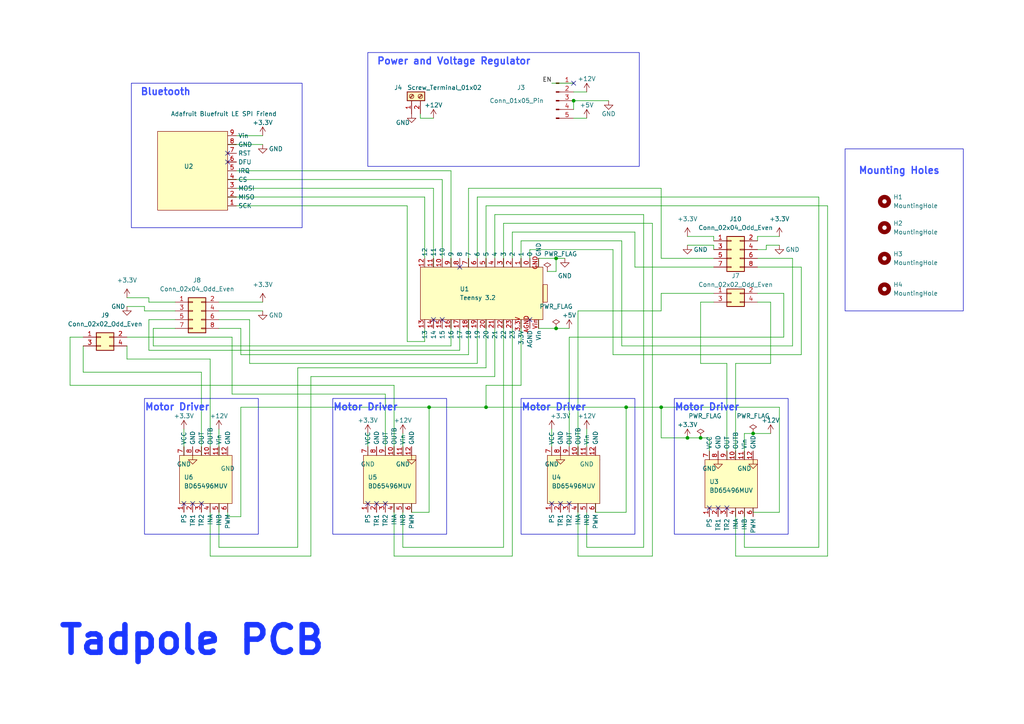
<source format=kicad_sch>
(kicad_sch (version 20230121) (generator eeschema)

  (uuid a5dedaa0-6417-46b6-be5d-99a5248a4e5b)

  (paper "A4")

  (lib_symbols
    (symbol "BD65496MUV_1" (in_bom yes) (on_board yes)
      (property "Reference" "U" (at 5.08 -2.54 0)
        (effects (font (size 1.27 1.27)))
      )
      (property "Value" "BD65496MUV" (at 2.54 7.62 0)
        (effects (font (size 1.27 1.27)))
      )
      (property "Footprint" "Library:BD65496MUV" (at 0 5.08 0)
        (effects (font (size 1.27 1.27)) hide)
      )
      (property "Datasheet" "" (at 0 0 0)
        (effects (font (size 1.27 1.27)) hide)
      )
      (symbol "BD65496MUV_1_1_1"
        (rectangle (start -2.54 2.54) (end 11.43 -12.7)
          (stroke (width 0) (type default))
          (fill (type background))
        )
        (pin bidirectional line (at -2.54 1.27 180) (length 2.54)
          (name "PS" (effects (font (size 1.27 1.27))))
          (number "1" (effects (font (size 1.27 1.27))))
        )
        (pin bidirectional line (at 11.43 -6.35 0) (length 2.54)
          (name "OUTB" (effects (font (size 1.27 1.27))))
          (number "10" (effects (font (size 1.27 1.27))))
        )
        (pin power_in line (at 11.43 -8.89 0) (length 2.54)
          (name "Vin" (effects (font (size 1.27 1.27))))
          (number "11" (effects (font (size 1.27 1.27))))
        )
        (pin power_in line (at 11.43 -11.43 0) (length 2.54)
          (name "GND" (effects (font (size 1.27 1.27))))
          (number "12" (effects (font (size 1.27 1.27))))
        )
        (pin bidirectional line (at -2.54 -1.27 180) (length 2.54)
          (name "TR1" (effects (font (size 1.27 1.27))))
          (number "2" (effects (font (size 1.27 1.27))))
        )
        (pin bidirectional line (at -2.54 -3.81 180) (length 2.54)
          (name "TR2" (effects (font (size 1.27 1.27))))
          (number "3" (effects (font (size 1.27 1.27))))
        )
        (pin bidirectional line (at -2.54 -6.35 180) (length 2.54)
          (name "INA" (effects (font (size 1.27 1.27))))
          (number "4" (effects (font (size 1.27 1.27))))
        )
        (pin bidirectional line (at -2.54 -8.89 180) (length 2.54)
          (name "INB" (effects (font (size 1.27 1.27))))
          (number "5" (effects (font (size 1.27 1.27))))
        )
        (pin bidirectional line (at -2.54 -11.43 180) (length 2.54)
          (name "PWM" (effects (font (size 1.27 1.27))))
          (number "6" (effects (font (size 1.27 1.27))))
        )
        (pin power_in line (at 11.43 1.27 0) (length 2.54)
          (name "VCC" (effects (font (size 1.27 1.27))))
          (number "7" (effects (font (size 1.27 1.27))))
        )
        (pin power_in line (at 11.43 -1.27 0) (length 2.54)
          (name "GND" (effects (font (size 1.27 1.27))))
          (number "8" (effects (font (size 1.27 1.27))))
        )
        (pin bidirectional line (at 11.43 -3.81 0) (length 2.54)
          (name "OUT" (effects (font (size 1.27 1.27))))
          (number "9" (effects (font (size 1.27 1.27))))
        )
      )
    )
    (symbol "BD65496MUV_2" (in_bom yes) (on_board yes)
      (property "Reference" "U" (at 5.08 -2.54 0)
        (effects (font (size 1.27 1.27)))
      )
      (property "Value" "BD65496MUV" (at 2.54 7.62 0)
        (effects (font (size 1.27 1.27)))
      )
      (property "Footprint" "Library:BD65496MUV" (at 0 5.08 0)
        (effects (font (size 1.27 1.27)) hide)
      )
      (property "Datasheet" "" (at 0 0 0)
        (effects (font (size 1.27 1.27)) hide)
      )
      (symbol "BD65496MUV_2_1_1"
        (rectangle (start -2.54 2.54) (end 11.43 -12.7)
          (stroke (width 0) (type default))
          (fill (type background))
        )
        (pin bidirectional line (at -2.54 1.27 180) (length 2.54)
          (name "PS" (effects (font (size 1.27 1.27))))
          (number "1" (effects (font (size 1.27 1.27))))
        )
        (pin bidirectional line (at 11.43 -6.35 0) (length 2.54)
          (name "OUTB" (effects (font (size 1.27 1.27))))
          (number "10" (effects (font (size 1.27 1.27))))
        )
        (pin power_in line (at 11.43 -8.89 0) (length 2.54)
          (name "Vin" (effects (font (size 1.27 1.27))))
          (number "11" (effects (font (size 1.27 1.27))))
        )
        (pin power_in line (at 11.43 -11.43 0) (length 2.54)
          (name "GND" (effects (font (size 1.27 1.27))))
          (number "12" (effects (font (size 1.27 1.27))))
        )
        (pin bidirectional line (at -2.54 -1.27 180) (length 2.54)
          (name "TR1" (effects (font (size 1.27 1.27))))
          (number "2" (effects (font (size 1.27 1.27))))
        )
        (pin bidirectional line (at -2.54 -3.81 180) (length 2.54)
          (name "TR2" (effects (font (size 1.27 1.27))))
          (number "3" (effects (font (size 1.27 1.27))))
        )
        (pin bidirectional line (at -2.54 -6.35 180) (length 2.54)
          (name "INA" (effects (font (size 1.27 1.27))))
          (number "4" (effects (font (size 1.27 1.27))))
        )
        (pin bidirectional line (at -2.54 -8.89 180) (length 2.54)
          (name "INB" (effects (font (size 1.27 1.27))))
          (number "5" (effects (font (size 1.27 1.27))))
        )
        (pin bidirectional line (at -2.54 -11.43 180) (length 2.54)
          (name "PWM" (effects (font (size 1.27 1.27))))
          (number "6" (effects (font (size 1.27 1.27))))
        )
        (pin power_in line (at 11.43 1.27 0) (length 2.54)
          (name "VCC" (effects (font (size 1.27 1.27))))
          (number "7" (effects (font (size 1.27 1.27))))
        )
        (pin power_in line (at 11.43 -1.27 0) (length 2.54)
          (name "GND" (effects (font (size 1.27 1.27))))
          (number "8" (effects (font (size 1.27 1.27))))
        )
        (pin bidirectional line (at 11.43 -3.81 0) (length 2.54)
          (name "OUT" (effects (font (size 1.27 1.27))))
          (number "9" (effects (font (size 1.27 1.27))))
        )
      )
    )
    (symbol "Connector:Conn_01x05_Pin" (pin_names (offset 1.016) hide) (in_bom yes) (on_board yes)
      (property "Reference" "J" (at 0 7.62 0)
        (effects (font (size 1.27 1.27)))
      )
      (property "Value" "Conn_01x05_Pin" (at 0 -7.62 0)
        (effects (font (size 1.27 1.27)))
      )
      (property "Footprint" "" (at 0 0 0)
        (effects (font (size 1.27 1.27)) hide)
      )
      (property "Datasheet" "~" (at 0 0 0)
        (effects (font (size 1.27 1.27)) hide)
      )
      (property "ki_locked" "" (at 0 0 0)
        (effects (font (size 1.27 1.27)))
      )
      (property "ki_keywords" "connector" (at 0 0 0)
        (effects (font (size 1.27 1.27)) hide)
      )
      (property "ki_description" "Generic connector, single row, 01x05, script generated" (at 0 0 0)
        (effects (font (size 1.27 1.27)) hide)
      )
      (property "ki_fp_filters" "Connector*:*_1x??_*" (at 0 0 0)
        (effects (font (size 1.27 1.27)) hide)
      )
      (symbol "Conn_01x05_Pin_1_1"
        (polyline
          (pts
            (xy 1.27 -5.08)
            (xy 0.8636 -5.08)
          )
          (stroke (width 0.1524) (type default))
          (fill (type none))
        )
        (polyline
          (pts
            (xy 1.27 -2.54)
            (xy 0.8636 -2.54)
          )
          (stroke (width 0.1524) (type default))
          (fill (type none))
        )
        (polyline
          (pts
            (xy 1.27 0)
            (xy 0.8636 0)
          )
          (stroke (width 0.1524) (type default))
          (fill (type none))
        )
        (polyline
          (pts
            (xy 1.27 2.54)
            (xy 0.8636 2.54)
          )
          (stroke (width 0.1524) (type default))
          (fill (type none))
        )
        (polyline
          (pts
            (xy 1.27 5.08)
            (xy 0.8636 5.08)
          )
          (stroke (width 0.1524) (type default))
          (fill (type none))
        )
        (rectangle (start 0.8636 -4.953) (end 0 -5.207)
          (stroke (width 0.1524) (type default))
          (fill (type outline))
        )
        (rectangle (start 0.8636 -2.413) (end 0 -2.667)
          (stroke (width 0.1524) (type default))
          (fill (type outline))
        )
        (rectangle (start 0.8636 0.127) (end 0 -0.127)
          (stroke (width 0.1524) (type default))
          (fill (type outline))
        )
        (rectangle (start 0.8636 2.667) (end 0 2.413)
          (stroke (width 0.1524) (type default))
          (fill (type outline))
        )
        (rectangle (start 0.8636 5.207) (end 0 4.953)
          (stroke (width 0.1524) (type default))
          (fill (type outline))
        )
        (pin passive line (at 5.08 5.08 180) (length 3.81)
          (name "Pin_1" (effects (font (size 1.27 1.27))))
          (number "1" (effects (font (size 1.27 1.27))))
        )
        (pin passive line (at 5.08 2.54 180) (length 3.81)
          (name "Pin_2" (effects (font (size 1.27 1.27))))
          (number "2" (effects (font (size 1.27 1.27))))
        )
        (pin passive line (at 5.08 0 180) (length 3.81)
          (name "Pin_3" (effects (font (size 1.27 1.27))))
          (number "3" (effects (font (size 1.27 1.27))))
        )
        (pin passive line (at 5.08 -2.54 180) (length 3.81)
          (name "Pin_4" (effects (font (size 1.27 1.27))))
          (number "4" (effects (font (size 1.27 1.27))))
        )
        (pin passive line (at 5.08 -5.08 180) (length 3.81)
          (name "Pin_5" (effects (font (size 1.27 1.27))))
          (number "5" (effects (font (size 1.27 1.27))))
        )
      )
    )
    (symbol "Connector:Screw_Terminal_01x02" (pin_names (offset 1.016) hide) (in_bom yes) (on_board yes)
      (property "Reference" "J" (at 0 2.54 0)
        (effects (font (size 1.27 1.27)))
      )
      (property "Value" "Screw_Terminal_01x02" (at 0 -5.08 0)
        (effects (font (size 1.27 1.27)))
      )
      (property "Footprint" "" (at 0 0 0)
        (effects (font (size 1.27 1.27)) hide)
      )
      (property "Datasheet" "~" (at 0 0 0)
        (effects (font (size 1.27 1.27)) hide)
      )
      (property "ki_keywords" "screw terminal" (at 0 0 0)
        (effects (font (size 1.27 1.27)) hide)
      )
      (property "ki_description" "Generic screw terminal, single row, 01x02, script generated (kicad-library-utils/schlib/autogen/connector/)" (at 0 0 0)
        (effects (font (size 1.27 1.27)) hide)
      )
      (property "ki_fp_filters" "TerminalBlock*:*" (at 0 0 0)
        (effects (font (size 1.27 1.27)) hide)
      )
      (symbol "Screw_Terminal_01x02_1_1"
        (rectangle (start -1.27 1.27) (end 1.27 -3.81)
          (stroke (width 0.254) (type default))
          (fill (type background))
        )
        (circle (center 0 -2.54) (radius 0.635)
          (stroke (width 0.1524) (type default))
          (fill (type none))
        )
        (polyline
          (pts
            (xy -0.5334 -2.2098)
            (xy 0.3302 -3.048)
          )
          (stroke (width 0.1524) (type default))
          (fill (type none))
        )
        (polyline
          (pts
            (xy -0.5334 0.3302)
            (xy 0.3302 -0.508)
          )
          (stroke (width 0.1524) (type default))
          (fill (type none))
        )
        (polyline
          (pts
            (xy -0.3556 -2.032)
            (xy 0.508 -2.8702)
          )
          (stroke (width 0.1524) (type default))
          (fill (type none))
        )
        (polyline
          (pts
            (xy -0.3556 0.508)
            (xy 0.508 -0.3302)
          )
          (stroke (width 0.1524) (type default))
          (fill (type none))
        )
        (circle (center 0 0) (radius 0.635)
          (stroke (width 0.1524) (type default))
          (fill (type none))
        )
        (pin passive line (at -5.08 0 0) (length 3.81)
          (name "Pin_1" (effects (font (size 1.27 1.27))))
          (number "1" (effects (font (size 1.27 1.27))))
        )
        (pin passive line (at -5.08 -2.54 0) (length 3.81)
          (name "Pin_2" (effects (font (size 1.27 1.27))))
          (number "2" (effects (font (size 1.27 1.27))))
        )
      )
    )
    (symbol "Connector_Generic:Conn_02x02_Odd_Even" (pin_names (offset 1.016) hide) (in_bom yes) (on_board yes)
      (property "Reference" "J" (at 1.27 2.54 0)
        (effects (font (size 1.27 1.27)))
      )
      (property "Value" "Conn_02x02_Odd_Even" (at 1.27 -5.08 0)
        (effects (font (size 1.27 1.27)))
      )
      (property "Footprint" "" (at 0 0 0)
        (effects (font (size 1.27 1.27)) hide)
      )
      (property "Datasheet" "~" (at 0 0 0)
        (effects (font (size 1.27 1.27)) hide)
      )
      (property "ki_keywords" "connector" (at 0 0 0)
        (effects (font (size 1.27 1.27)) hide)
      )
      (property "ki_description" "Generic connector, double row, 02x02, odd/even pin numbering scheme (row 1 odd numbers, row 2 even numbers), script generated (kicad-library-utils/schlib/autogen/connector/)" (at 0 0 0)
        (effects (font (size 1.27 1.27)) hide)
      )
      (property "ki_fp_filters" "Connector*:*_2x??_*" (at 0 0 0)
        (effects (font (size 1.27 1.27)) hide)
      )
      (symbol "Conn_02x02_Odd_Even_1_1"
        (rectangle (start -1.27 -2.413) (end 0 -2.667)
          (stroke (width 0.1524) (type default))
          (fill (type none))
        )
        (rectangle (start -1.27 0.127) (end 0 -0.127)
          (stroke (width 0.1524) (type default))
          (fill (type none))
        )
        (rectangle (start -1.27 1.27) (end 3.81 -3.81)
          (stroke (width 0.254) (type default))
          (fill (type background))
        )
        (rectangle (start 3.81 -2.413) (end 2.54 -2.667)
          (stroke (width 0.1524) (type default))
          (fill (type none))
        )
        (rectangle (start 3.81 0.127) (end 2.54 -0.127)
          (stroke (width 0.1524) (type default))
          (fill (type none))
        )
        (pin passive line (at -5.08 0 0) (length 3.81)
          (name "Pin_1" (effects (font (size 1.27 1.27))))
          (number "1" (effects (font (size 1.27 1.27))))
        )
        (pin passive line (at 7.62 0 180) (length 3.81)
          (name "Pin_2" (effects (font (size 1.27 1.27))))
          (number "2" (effects (font (size 1.27 1.27))))
        )
        (pin passive line (at -5.08 -2.54 0) (length 3.81)
          (name "Pin_3" (effects (font (size 1.27 1.27))))
          (number "3" (effects (font (size 1.27 1.27))))
        )
        (pin passive line (at 7.62 -2.54 180) (length 3.81)
          (name "Pin_4" (effects (font (size 1.27 1.27))))
          (number "4" (effects (font (size 1.27 1.27))))
        )
      )
    )
    (symbol "Connector_Generic:Conn_02x04_Odd_Even" (pin_names (offset 1.016) hide) (in_bom yes) (on_board yes)
      (property "Reference" "J" (at 1.27 5.08 0)
        (effects (font (size 1.27 1.27)))
      )
      (property "Value" "Conn_02x04_Odd_Even" (at 1.27 -7.62 0)
        (effects (font (size 1.27 1.27)))
      )
      (property "Footprint" "" (at 0 0 0)
        (effects (font (size 1.27 1.27)) hide)
      )
      (property "Datasheet" "~" (at 0 0 0)
        (effects (font (size 1.27 1.27)) hide)
      )
      (property "ki_keywords" "connector" (at 0 0 0)
        (effects (font (size 1.27 1.27)) hide)
      )
      (property "ki_description" "Generic connector, double row, 02x04, odd/even pin numbering scheme (row 1 odd numbers, row 2 even numbers), script generated (kicad-library-utils/schlib/autogen/connector/)" (at 0 0 0)
        (effects (font (size 1.27 1.27)) hide)
      )
      (property "ki_fp_filters" "Connector*:*_2x??_*" (at 0 0 0)
        (effects (font (size 1.27 1.27)) hide)
      )
      (symbol "Conn_02x04_Odd_Even_1_1"
        (rectangle (start -1.27 -4.953) (end 0 -5.207)
          (stroke (width 0.1524) (type default))
          (fill (type none))
        )
        (rectangle (start -1.27 -2.413) (end 0 -2.667)
          (stroke (width 0.1524) (type default))
          (fill (type none))
        )
        (rectangle (start -1.27 0.127) (end 0 -0.127)
          (stroke (width 0.1524) (type default))
          (fill (type none))
        )
        (rectangle (start -1.27 2.667) (end 0 2.413)
          (stroke (width 0.1524) (type default))
          (fill (type none))
        )
        (rectangle (start -1.27 3.81) (end 3.81 -6.35)
          (stroke (width 0.254) (type default))
          (fill (type background))
        )
        (rectangle (start 3.81 -4.953) (end 2.54 -5.207)
          (stroke (width 0.1524) (type default))
          (fill (type none))
        )
        (rectangle (start 3.81 -2.413) (end 2.54 -2.667)
          (stroke (width 0.1524) (type default))
          (fill (type none))
        )
        (rectangle (start 3.81 0.127) (end 2.54 -0.127)
          (stroke (width 0.1524) (type default))
          (fill (type none))
        )
        (rectangle (start 3.81 2.667) (end 2.54 2.413)
          (stroke (width 0.1524) (type default))
          (fill (type none))
        )
        (pin passive line (at -5.08 2.54 0) (length 3.81)
          (name "Pin_1" (effects (font (size 1.27 1.27))))
          (number "1" (effects (font (size 1.27 1.27))))
        )
        (pin passive line (at 7.62 2.54 180) (length 3.81)
          (name "Pin_2" (effects (font (size 1.27 1.27))))
          (number "2" (effects (font (size 1.27 1.27))))
        )
        (pin passive line (at -5.08 0 0) (length 3.81)
          (name "Pin_3" (effects (font (size 1.27 1.27))))
          (number "3" (effects (font (size 1.27 1.27))))
        )
        (pin passive line (at 7.62 0 180) (length 3.81)
          (name "Pin_4" (effects (font (size 1.27 1.27))))
          (number "4" (effects (font (size 1.27 1.27))))
        )
        (pin passive line (at -5.08 -2.54 0) (length 3.81)
          (name "Pin_5" (effects (font (size 1.27 1.27))))
          (number "5" (effects (font (size 1.27 1.27))))
        )
        (pin passive line (at 7.62 -2.54 180) (length 3.81)
          (name "Pin_6" (effects (font (size 1.27 1.27))))
          (number "6" (effects (font (size 1.27 1.27))))
        )
        (pin passive line (at -5.08 -5.08 0) (length 3.81)
          (name "Pin_7" (effects (font (size 1.27 1.27))))
          (number "7" (effects (font (size 1.27 1.27))))
        )
        (pin passive line (at 7.62 -5.08 180) (length 3.81)
          (name "Pin_8" (effects (font (size 1.27 1.27))))
          (number "8" (effects (font (size 1.27 1.27))))
        )
      )
    )
    (symbol "Mechanical:MountingHole" (pin_names (offset 1.016)) (in_bom yes) (on_board yes)
      (property "Reference" "H" (at 0 5.08 0)
        (effects (font (size 1.27 1.27)))
      )
      (property "Value" "MountingHole" (at 0 3.175 0)
        (effects (font (size 1.27 1.27)))
      )
      (property "Footprint" "" (at 0 0 0)
        (effects (font (size 1.27 1.27)) hide)
      )
      (property "Datasheet" "~" (at 0 0 0)
        (effects (font (size 1.27 1.27)) hide)
      )
      (property "ki_keywords" "mounting hole" (at 0 0 0)
        (effects (font (size 1.27 1.27)) hide)
      )
      (property "ki_description" "Mounting Hole without connection" (at 0 0 0)
        (effects (font (size 1.27 1.27)) hide)
      )
      (property "ki_fp_filters" "MountingHole*" (at 0 0 0)
        (effects (font (size 1.27 1.27)) hide)
      )
      (symbol "MountingHole_0_1"
        (circle (center 0 0) (radius 1.27)
          (stroke (width 1.27) (type default))
          (fill (type none))
        )
      )
    )
    (symbol "New_Library:Adafruit_Bluefruit_LE_SPI_Friend" (in_bom yes) (on_board yes)
      (property "Reference" "U" (at 11.43 11.43 0)
        (effects (font (size 1.27 1.27)))
      )
      (property "Value" "Adafruit Bluefruit LE SPI Friend" (at -16.51 0 0)
        (effects (font (size 1.27 1.27)))
      )
      (property "Footprint" "Library:Adafruit Bluefruit LE SPI Friend" (at -20.32 -3.81 0)
        (effects (font (size 1.27 1.27)) hide)
      )
      (property "Datasheet" "https://www.adafruit.com/product/2633" (at -21.59 -6.35 0)
        (effects (font (size 1.27 1.27)) hide)
      )
      (symbol "Adafruit_Bluefruit_LE_SPI_Friend_1_1"
        (rectangle (start 0 20.32) (end 22.86 0)
          (stroke (width 0) (type default))
          (fill (type background))
        )
        (pin bidirectional line (at 1.27 0 270) (length 2.54)
          (name "SCK" (effects (font (size 1.27 1.27))))
          (number "1" (effects (font (size 1.27 1.27))))
        )
        (pin input line (at 3.81 0 270) (length 2.54)
          (name "MISO" (effects (font (size 1.27 1.27))))
          (number "2" (effects (font (size 1.27 1.27))))
        )
        (pin output line (at 6.35 0 270) (length 2.54)
          (name "MOSI" (effects (font (size 1.27 1.27))))
          (number "3" (effects (font (size 1.27 1.27))))
        )
        (pin bidirectional line (at 8.89 0 270) (length 2.54)
          (name "CS" (effects (font (size 1.27 1.27))))
          (number "4" (effects (font (size 1.27 1.27))))
        )
        (pin bidirectional line (at 11.43 0 270) (length 2.54)
          (name "IRQ" (effects (font (size 1.27 1.27))))
          (number "5" (effects (font (size 1.27 1.27))))
        )
        (pin bidirectional line (at 13.97 0 270) (length 2.54)
          (name "DFU" (effects (font (size 1.27 1.27))))
          (number "6" (effects (font (size 1.27 1.27))))
        )
        (pin bidirectional line (at 16.51 0 270) (length 2.54)
          (name "RST" (effects (font (size 1.27 1.27))))
          (number "7" (effects (font (size 1.27 1.27))))
        )
        (pin power_in line (at 19.05 0 270) (length 2.54)
          (name "GND" (effects (font (size 1.27 1.27))))
          (number "8" (effects (font (size 1.27 1.27))))
        )
        (pin power_in line (at 21.59 0 270) (length 2.54)
          (name "Vin" (effects (font (size 1.27 1.27))))
          (number "9" (effects (font (size 1.27 1.27))))
        )
      )
    )
    (symbol "New_Library:BD65496MUV" (in_bom yes) (on_board yes)
      (property "Reference" "U" (at 5.08 -2.54 0)
        (effects (font (size 1.27 1.27)))
      )
      (property "Value" "BD65496MUV" (at 2.54 7.62 0)
        (effects (font (size 1.27 1.27)))
      )
      (property "Footprint" "Library:BD65496MUV" (at 0 5.08 0)
        (effects (font (size 1.27 1.27)) hide)
      )
      (property "Datasheet" "" (at 0 0 0)
        (effects (font (size 1.27 1.27)) hide)
      )
      (symbol "BD65496MUV_1_1"
        (rectangle (start -2.54 2.54) (end 11.43 -12.7)
          (stroke (width 0) (type default))
          (fill (type background))
        )
        (pin bidirectional line (at -2.54 1.27 180) (length 2.54)
          (name "PS" (effects (font (size 1.27 1.27))))
          (number "1" (effects (font (size 1.27 1.27))))
        )
        (pin bidirectional line (at 11.43 -6.35 0) (length 2.54)
          (name "OUTB" (effects (font (size 1.27 1.27))))
          (number "10" (effects (font (size 1.27 1.27))))
        )
        (pin power_in line (at 11.43 -8.89 0) (length 2.54)
          (name "Vin" (effects (font (size 1.27 1.27))))
          (number "11" (effects (font (size 1.27 1.27))))
        )
        (pin power_in line (at 11.43 -11.43 0) (length 2.54)
          (name "GND" (effects (font (size 1.27 1.27))))
          (number "12" (effects (font (size 1.27 1.27))))
        )
        (pin bidirectional line (at -2.54 -1.27 180) (length 2.54)
          (name "TR1" (effects (font (size 1.27 1.27))))
          (number "2" (effects (font (size 1.27 1.27))))
        )
        (pin bidirectional line (at -2.54 -3.81 180) (length 2.54)
          (name "TR2" (effects (font (size 1.27 1.27))))
          (number "3" (effects (font (size 1.27 1.27))))
        )
        (pin bidirectional line (at -2.54 -6.35 180) (length 2.54)
          (name "INA" (effects (font (size 1.27 1.27))))
          (number "4" (effects (font (size 1.27 1.27))))
        )
        (pin bidirectional line (at -2.54 -8.89 180) (length 2.54)
          (name "INB" (effects (font (size 1.27 1.27))))
          (number "5" (effects (font (size 1.27 1.27))))
        )
        (pin bidirectional line (at -2.54 -11.43 180) (length 2.54)
          (name "PWM" (effects (font (size 1.27 1.27))))
          (number "6" (effects (font (size 1.27 1.27))))
        )
        (pin power_in line (at 11.43 1.27 0) (length 2.54)
          (name "VCC" (effects (font (size 1.27 1.27))))
          (number "7" (effects (font (size 1.27 1.27))))
        )
        (pin power_in line (at 11.43 -1.27 0) (length 2.54)
          (name "GND" (effects (font (size 1.27 1.27))))
          (number "8" (effects (font (size 1.27 1.27))))
        )
        (pin bidirectional line (at 11.43 -3.81 0) (length 2.54)
          (name "OUT" (effects (font (size 1.27 1.27))))
          (number "9" (effects (font (size 1.27 1.27))))
        )
      )
    )
    (symbol "New_Library:Teensy_3.2" (in_bom yes) (on_board yes)
      (property "Reference" "U" (at 0 -7.62 0)
        (effects (font (size 1.27 1.27)))
      )
      (property "Value" "Teensy 3.2" (at -1.27 10.16 0)
        (effects (font (size 1.27 1.27)))
      )
      (property "Footprint" "Library:teensy" (at -1.27 12.7 0)
        (effects (font (size 1.27 1.27)) hide)
      )
      (property "Datasheet" "" (at 0 0 0)
        (effects (font (size 1.27 1.27)) hide)
      )
      (symbol "Teensy_3.2_1_1"
        (rectangle (start -7.62 7.62) (end 7.62 -27.94)
          (stroke (width 0) (type default))
          (fill (type background))
        )
        (rectangle (start -2.54 8.89) (end 2.54 7.62)
          (stroke (width 0) (type default))
          (fill (type background))
        )
        (pin bidirectional line (at -7.62 3.81 180) (length 2.54)
          (name "0" (effects (font (size 1.27 1.27))))
          (number "0" (effects (font (size 1.27 1.27))))
        )
        (pin bidirectional line (at -7.62 1.27 180) (length 2.54)
          (name "1" (effects (font (size 1.27 1.27))))
          (number "1" (effects (font (size 1.27 1.27))))
        )
        (pin bidirectional line (at -7.62 -21.59 180) (length 2.54)
          (name "10" (effects (font (size 1.27 1.27))))
          (number "10" (effects (font (size 1.27 1.27))))
        )
        (pin bidirectional line (at -7.62 -24.13 180) (length 2.54)
          (name "11" (effects (font (size 1.27 1.27))))
          (number "11" (effects (font (size 1.27 1.27))))
        )
        (pin bidirectional line (at -7.62 -26.67 180) (length 2.54)
          (name "12" (effects (font (size 1.27 1.27))))
          (number "12" (effects (font (size 1.27 1.27))))
        )
        (pin bidirectional line (at 7.62 -26.67 0) (length 2.54)
          (name "13" (effects (font (size 1.27 1.27))))
          (number "13" (effects (font (size 1.27 1.27))))
        )
        (pin bidirectional line (at 7.62 -24.13 0) (length 2.54)
          (name "14" (effects (font (size 1.27 1.27))))
          (number "14" (effects (font (size 1.27 1.27))))
        )
        (pin bidirectional line (at 7.62 -21.59 0) (length 2.54)
          (name "15" (effects (font (size 1.27 1.27))))
          (number "15" (effects (font (size 1.27 1.27))))
        )
        (pin bidirectional line (at 7.62 -19.05 0) (length 2.54)
          (name "16" (effects (font (size 1.27 1.27))))
          (number "16" (effects (font (size 1.27 1.27))))
        )
        (pin bidirectional line (at 7.62 -16.51 0) (length 2.54)
          (name "17" (effects (font (size 1.27 1.27))))
          (number "17" (effects (font (size 1.27 1.27))))
        )
        (pin bidirectional line (at 7.62 -13.97 0) (length 2.54)
          (name "18" (effects (font (size 1.27 1.27))))
          (number "18" (effects (font (size 1.27 1.27))))
        )
        (pin bidirectional line (at 7.62 -11.43 0) (length 2.54)
          (name "19" (effects (font (size 1.27 1.27))))
          (number "19" (effects (font (size 1.27 1.27))))
        )
        (pin bidirectional line (at -7.62 -1.27 180) (length 2.54)
          (name "2" (effects (font (size 1.27 1.27))))
          (number "2" (effects (font (size 1.27 1.27))))
        )
        (pin bidirectional line (at 7.62 -8.89 0) (length 2.54)
          (name "20" (effects (font (size 1.27 1.27))))
          (number "20" (effects (font (size 1.27 1.27))))
        )
        (pin bidirectional line (at 7.62 -6.35 0) (length 2.54)
          (name "21" (effects (font (size 1.27 1.27))))
          (number "21" (effects (font (size 1.27 1.27))))
        )
        (pin bidirectional line (at 7.62 -3.81 0) (length 2.54)
          (name "22" (effects (font (size 1.27 1.27))))
          (number "22" (effects (font (size 1.27 1.27))))
        )
        (pin bidirectional line (at 7.62 -1.27 0) (length 2.54)
          (name "23" (effects (font (size 1.27 1.27))))
          (number "23" (effects (font (size 1.27 1.27))))
        )
        (pin bidirectional line (at -7.62 -3.81 180) (length 2.54)
          (name "3" (effects (font (size 1.27 1.27))))
          (number "3" (effects (font (size 1.27 1.27))))
        )
        (pin bidirectional line (at 7.62 1.27 0) (length 2.54)
          (name "3.3V" (effects (font (size 1.27 1.27))))
          (number "3.3V" (effects (font (size 1.27 1.27))))
        )
        (pin bidirectional line (at -7.62 -6.35 180) (length 2.54)
          (name "4" (effects (font (size 1.27 1.27))))
          (number "4" (effects (font (size 1.27 1.27))))
        )
        (pin bidirectional line (at -7.62 -8.89 180) (length 2.54)
          (name "5" (effects (font (size 1.27 1.27))))
          (number "5" (effects (font (size 1.27 1.27))))
        )
        (pin bidirectional line (at -7.62 -11.43 180) (length 2.54)
          (name "6" (effects (font (size 1.27 1.27))))
          (number "6" (effects (font (size 1.27 1.27))))
        )
        (pin bidirectional line (at -7.62 -13.97 180) (length 2.54)
          (name "7" (effects (font (size 1.27 1.27))))
          (number "7" (effects (font (size 1.27 1.27))))
        )
        (pin bidirectional line (at -7.62 -16.51 180) (length 2.54)
          (name "8" (effects (font (size 1.27 1.27))))
          (number "8" (effects (font (size 1.27 1.27))))
        )
        (pin bidirectional line (at -7.62 -19.05 180) (length 2.54)
          (name "9" (effects (font (size 1.27 1.27))))
          (number "9" (effects (font (size 1.27 1.27))))
        )
        (pin bidirectional line (at 7.62 3.81 0) (length 2.54)
          (name "AGND" (effects (font (size 1.27 1.27))))
          (number "AGND" (effects (font (size 1.27 1.27))))
        )
        (pin power_in line (at -7.62 6.35 180) (length 2.54)
          (name "GND" (effects (font (size 1.27 1.27))))
          (number "GND" (effects (font (size 1.27 1.27))))
        )
        (pin power_in line (at 7.62 6.35 0) (length 2.54)
          (name "Vin" (effects (font (size 1.27 1.27))))
          (number "Vin" (effects (font (size 1.27 1.27))))
        )
      )
    )
    (symbol "power:+12V" (power) (pin_names (offset 0)) (in_bom yes) (on_board yes)
      (property "Reference" "#PWR" (at 0 -3.81 0)
        (effects (font (size 1.27 1.27)) hide)
      )
      (property "Value" "+12V" (at 0 3.556 0)
        (effects (font (size 1.27 1.27)))
      )
      (property "Footprint" "" (at 0 0 0)
        (effects (font (size 1.27 1.27)) hide)
      )
      (property "Datasheet" "" (at 0 0 0)
        (effects (font (size 1.27 1.27)) hide)
      )
      (property "ki_keywords" "global power" (at 0 0 0)
        (effects (font (size 1.27 1.27)) hide)
      )
      (property "ki_description" "Power symbol creates a global label with name \"+12V\"" (at 0 0 0)
        (effects (font (size 1.27 1.27)) hide)
      )
      (symbol "+12V_0_1"
        (polyline
          (pts
            (xy -0.762 1.27)
            (xy 0 2.54)
          )
          (stroke (width 0) (type default))
          (fill (type none))
        )
        (polyline
          (pts
            (xy 0 0)
            (xy 0 2.54)
          )
          (stroke (width 0) (type default))
          (fill (type none))
        )
        (polyline
          (pts
            (xy 0 2.54)
            (xy 0.762 1.27)
          )
          (stroke (width 0) (type default))
          (fill (type none))
        )
      )
      (symbol "+12V_1_1"
        (pin power_in line (at 0 0 90) (length 0) hide
          (name "+12V" (effects (font (size 1.27 1.27))))
          (number "1" (effects (font (size 1.27 1.27))))
        )
      )
    )
    (symbol "power:+3.3V" (power) (pin_names (offset 0)) (in_bom yes) (on_board yes)
      (property "Reference" "#PWR" (at 0 -3.81 0)
        (effects (font (size 1.27 1.27)) hide)
      )
      (property "Value" "+3.3V" (at 0 3.556 0)
        (effects (font (size 1.27 1.27)))
      )
      (property "Footprint" "" (at 0 0 0)
        (effects (font (size 1.27 1.27)) hide)
      )
      (property "Datasheet" "" (at 0 0 0)
        (effects (font (size 1.27 1.27)) hide)
      )
      (property "ki_keywords" "global power" (at 0 0 0)
        (effects (font (size 1.27 1.27)) hide)
      )
      (property "ki_description" "Power symbol creates a global label with name \"+3.3V\"" (at 0 0 0)
        (effects (font (size 1.27 1.27)) hide)
      )
      (symbol "+3.3V_0_1"
        (polyline
          (pts
            (xy -0.762 1.27)
            (xy 0 2.54)
          )
          (stroke (width 0) (type default))
          (fill (type none))
        )
        (polyline
          (pts
            (xy 0 0)
            (xy 0 2.54)
          )
          (stroke (width 0) (type default))
          (fill (type none))
        )
        (polyline
          (pts
            (xy 0 2.54)
            (xy 0.762 1.27)
          )
          (stroke (width 0) (type default))
          (fill (type none))
        )
      )
      (symbol "+3.3V_1_1"
        (pin power_in line (at 0 0 90) (length 0) hide
          (name "+3.3V" (effects (font (size 1.27 1.27))))
          (number "1" (effects (font (size 1.27 1.27))))
        )
      )
    )
    (symbol "power:+5V" (power) (pin_names (offset 0)) (in_bom yes) (on_board yes)
      (property "Reference" "#PWR" (at 0 -3.81 0)
        (effects (font (size 1.27 1.27)) hide)
      )
      (property "Value" "+5V" (at 0 3.556 0)
        (effects (font (size 1.27 1.27)))
      )
      (property "Footprint" "" (at 0 0 0)
        (effects (font (size 1.27 1.27)) hide)
      )
      (property "Datasheet" "" (at 0 0 0)
        (effects (font (size 1.27 1.27)) hide)
      )
      (property "ki_keywords" "global power" (at 0 0 0)
        (effects (font (size 1.27 1.27)) hide)
      )
      (property "ki_description" "Power symbol creates a global label with name \"+5V\"" (at 0 0 0)
        (effects (font (size 1.27 1.27)) hide)
      )
      (symbol "+5V_0_1"
        (polyline
          (pts
            (xy -0.762 1.27)
            (xy 0 2.54)
          )
          (stroke (width 0) (type default))
          (fill (type none))
        )
        (polyline
          (pts
            (xy 0 0)
            (xy 0 2.54)
          )
          (stroke (width 0) (type default))
          (fill (type none))
        )
        (polyline
          (pts
            (xy 0 2.54)
            (xy 0.762 1.27)
          )
          (stroke (width 0) (type default))
          (fill (type none))
        )
      )
      (symbol "+5V_1_1"
        (pin power_in line (at 0 0 90) (length 0) hide
          (name "+5V" (effects (font (size 1.27 1.27))))
          (number "1" (effects (font (size 1.27 1.27))))
        )
      )
    )
    (symbol "power:GND" (power) (pin_names (offset 0)) (in_bom yes) (on_board yes)
      (property "Reference" "#PWR" (at 0 -6.35 0)
        (effects (font (size 1.27 1.27)) hide)
      )
      (property "Value" "GND" (at 0 -3.81 0)
        (effects (font (size 1.27 1.27)))
      )
      (property "Footprint" "" (at 0 0 0)
        (effects (font (size 1.27 1.27)) hide)
      )
      (property "Datasheet" "" (at 0 0 0)
        (effects (font (size 1.27 1.27)) hide)
      )
      (property "ki_keywords" "global power" (at 0 0 0)
        (effects (font (size 1.27 1.27)) hide)
      )
      (property "ki_description" "Power symbol creates a global label with name \"GND\" , ground" (at 0 0 0)
        (effects (font (size 1.27 1.27)) hide)
      )
      (symbol "GND_0_1"
        (polyline
          (pts
            (xy 0 0)
            (xy 0 -1.27)
            (xy 1.27 -1.27)
            (xy 0 -2.54)
            (xy -1.27 -1.27)
            (xy 0 -1.27)
          )
          (stroke (width 0) (type default))
          (fill (type none))
        )
      )
      (symbol "GND_1_1"
        (pin power_in line (at 0 0 270) (length 0) hide
          (name "GND" (effects (font (size 1.27 1.27))))
          (number "1" (effects (font (size 1.27 1.27))))
        )
      )
    )
    (symbol "power:PWR_FLAG" (power) (pin_numbers hide) (pin_names (offset 0) hide) (in_bom yes) (on_board yes)
      (property "Reference" "#FLG" (at 0 1.905 0)
        (effects (font (size 1.27 1.27)) hide)
      )
      (property "Value" "PWR_FLAG" (at 0 3.81 0)
        (effects (font (size 1.27 1.27)))
      )
      (property "Footprint" "" (at 0 0 0)
        (effects (font (size 1.27 1.27)) hide)
      )
      (property "Datasheet" "~" (at 0 0 0)
        (effects (font (size 1.27 1.27)) hide)
      )
      (property "ki_keywords" "flag power" (at 0 0 0)
        (effects (font (size 1.27 1.27)) hide)
      )
      (property "ki_description" "Special symbol for telling ERC where power comes from" (at 0 0 0)
        (effects (font (size 1.27 1.27)) hide)
      )
      (symbol "PWR_FLAG_0_0"
        (pin power_out line (at 0 0 90) (length 0)
          (name "pwr" (effects (font (size 1.27 1.27))))
          (number "1" (effects (font (size 1.27 1.27))))
        )
      )
      (symbol "PWR_FLAG_0_1"
        (polyline
          (pts
            (xy 0 0)
            (xy 0 1.27)
            (xy -1.016 1.905)
            (xy 0 2.54)
            (xy 1.016 1.905)
            (xy 0 1.27)
          )
          (stroke (width 0) (type default))
          (fill (type none))
        )
      )
    )
  )

  (junction (at 166.37 29.21) (diameter 0) (color 0 0 0 0)
    (uuid 0e1fe98e-a249-4b43-93ea-6419ca35f72d)
  )
  (junction (at 140.97 118.11) (diameter 0) (color 0 0 0 0)
    (uuid 2543e494-25dc-47c0-8855-eb33058094fb)
  )
  (junction (at 161.29 95.25) (diameter 0) (color 0 0 0 0)
    (uuid 620c409d-2f5c-40fa-9434-1ab65e6b8bec)
  )
  (junction (at 218.44 125.73) (diameter 0) (color 0 0 0 0)
    (uuid 6e693d68-d278-4872-b643-215ab9ee1f39)
  )
  (junction (at 124.46 118.11) (diameter 0) (color 0 0 0 0)
    (uuid a4d6e55c-6093-4072-932a-6b8817d020f1)
  )
  (junction (at 191.77 118.11) (diameter 0) (color 0 0 0 0)
    (uuid a6238597-4c58-4433-82ea-57f8ed1a4b70)
  )
  (junction (at 161.29 74.93) (diameter 0) (color 0 0 0 0)
    (uuid a7071edf-b3bc-48b8-940e-e5ea4f8dc599)
  )
  (junction (at 203.2 127) (diameter 0) (color 0 0 0 0)
    (uuid ae914fcb-08d8-45be-9f55-cdea209ba297)
  )
  (junction (at 199.39 127) (diameter 0) (color 0 0 0 0)
    (uuid de0816a2-ee47-49f5-9d9d-658376877956)
  )
  (junction (at 181.61 118.11) (diameter 0) (color 0 0 0 0)
    (uuid e1c4cf66-a466-4bcc-a36d-02131e0c7b45)
  )

  (no_connect (at 58.42 146.05) (uuid 1954f7ad-c26d-4ba2-856d-5042f60e67c6))
  (no_connect (at 160.02 146.05) (uuid 19903b6b-ffd2-4b84-b2fb-1186f04ed25d))
  (no_connect (at 109.22 146.05) (uuid 1fca7e61-e631-41dc-b5a6-74b8758c0615))
  (no_connect (at 111.76 146.05) (uuid 41411f49-960a-40bc-af05-ad32a3022078))
  (no_connect (at 166.37 24.13) (uuid 5ed11bdc-9fe3-4bb4-8538-f349b2106624))
  (no_connect (at 125.73 92.71) (uuid 66ba5e5e-0bc3-477d-8fd0-4430700c52d7))
  (no_connect (at 106.68 146.05) (uuid 7645f4eb-c511-4db0-9b45-2bf86034384f))
  (no_connect (at 133.35 77.47) (uuid 80438580-c372-4341-b92a-85e41caf886a))
  (no_connect (at 162.56 146.05) (uuid 828eb833-79f0-47c8-b20f-2921c8c1ebe1))
  (no_connect (at 53.34 146.05) (uuid 86fc047e-f9c9-4563-8657-516d7e86c43c))
  (no_connect (at 210.82 147.32) (uuid af07af30-9b06-4fb8-8f50-4bdae58c1c93))
  (no_connect (at 66.04 44.45) (uuid ca884576-535e-42b9-9ca5-1e9497ab63c1))
  (no_connect (at 66.04 46.99) (uuid d17ee8fa-20c6-4842-806c-1051d951643e))
  (no_connect (at 55.88 146.05) (uuid d471f190-57b0-4c27-8d37-3244bf823c99))
  (no_connect (at 205.74 147.32) (uuid d75ac7f5-b64b-403a-a72d-ef815f7c7a32))
  (no_connect (at 153.67 92.71) (uuid d98a6c44-a3b1-480b-a723-4aa3d14aeef9))
  (no_connect (at 128.27 92.71) (uuid f1e6734c-d2f5-4be4-8d9c-1b65c269935e))
  (no_connect (at 208.28 147.32) (uuid f37b5800-7069-467a-95a3-abc36dec884b))
  (no_connect (at 165.1 146.05) (uuid f58aef65-b749-4950-9e14-352220c0e9a2))

  (wire (pts (xy 215.9 125.73) (xy 218.44 125.73))
    (stroke (width 0) (type default))
    (uuid 00aa8e03-9ad0-4ee1-9153-f5fdb058c875)
  )
  (wire (pts (xy 170.18 124.46) (xy 170.18 132.08))
    (stroke (width 0) (type default))
    (uuid 0134678f-a695-43b6-af86-5fda3b66ae96)
  )
  (wire (pts (xy 86.36 106.68) (xy 86.36 158.75))
    (stroke (width 0) (type default))
    (uuid 02227f79-07b6-4391-bad3-580859b597c8)
  )
  (wire (pts (xy 140.97 111.76) (xy 140.97 118.11))
    (stroke (width 0) (type default))
    (uuid 0378cc78-f78f-473a-a796-1d7bf06c7117)
  )
  (wire (pts (xy 138.43 105.41) (xy 72.39 105.41))
    (stroke (width 0) (type default))
    (uuid 05f0a1ed-0d63-472c-9e22-a8576b0f7d6f)
  )
  (wire (pts (xy 63.5 92.71) (xy 72.39 92.71))
    (stroke (width 0) (type default))
    (uuid 08d78c89-035c-4d01-94cd-ec9b8018d520)
  )
  (wire (pts (xy 161.29 95.25) (xy 156.21 95.25))
    (stroke (width 0) (type default))
    (uuid 0ba41466-cc70-416b-93e3-f39be77f85d6)
  )
  (wire (pts (xy 66.04 39.37) (xy 76.2 39.37))
    (stroke (width 0) (type default))
    (uuid 0ce5a925-fcde-421d-ac1b-5d17c5e17387)
  )
  (wire (pts (xy 106.68 125.73) (xy 106.68 132.08))
    (stroke (width 0) (type default))
    (uuid 0e6dffac-50be-49bf-a107-c3ddc8085e0e)
  )
  (wire (pts (xy 130.81 92.71) (xy 130.81 100.33))
    (stroke (width 0) (type default))
    (uuid 10b1f60e-6294-4ad4-93d5-c2727ba87d74)
  )
  (wire (pts (xy 63.5 95.25) (xy 69.85 95.25))
    (stroke (width 0) (type default))
    (uuid 129c135e-afae-4bf4-a4bc-84526c2301c0)
  )
  (wire (pts (xy 90.17 109.22) (xy 90.17 161.29))
    (stroke (width 0) (type default))
    (uuid 14eed023-c88b-4394-94d1-6269349e1b53)
  )
  (wire (pts (xy 66.04 49.53) (xy 130.81 49.53))
    (stroke (width 0) (type default))
    (uuid 1501c20d-44a9-44fc-9efe-2f9109c341b0)
  )
  (wire (pts (xy 66.04 59.69) (xy 118.11 59.69))
    (stroke (width 0) (type default))
    (uuid 15420c66-7de0-44bc-9493-e9a2728a5e6f)
  )
  (wire (pts (xy 213.36 161.29) (xy 213.36 147.32))
    (stroke (width 0) (type default))
    (uuid 157aaa72-2335-4771-8150-d1c810a65594)
  )
  (wire (pts (xy 151.13 77.47) (xy 151.13 69.85))
    (stroke (width 0) (type default))
    (uuid 163789f1-4b84-4ba7-be25-61fa70257ff2)
  )
  (wire (pts (xy 226.06 118.11) (xy 226.06 148.59))
    (stroke (width 0) (type default))
    (uuid 16a8cf90-5b64-47ef-9255-85281116a3a9)
  )
  (wire (pts (xy 86.36 158.75) (xy 63.5 158.75))
    (stroke (width 0) (type default))
    (uuid 171c0d02-d347-4522-8a12-72d4494bcc2c)
  )
  (wire (pts (xy 66.04 54.61) (xy 125.73 54.61))
    (stroke (width 0) (type default))
    (uuid 17c2897c-6f06-4d93-8141-f5017b0275d4)
  )
  (wire (pts (xy 67.31 97.79) (xy 67.31 114.3))
    (stroke (width 0) (type default))
    (uuid 18d564be-6c9c-4beb-a2c6-bfcdb16deae3)
  )
  (wire (pts (xy 66.04 149.86) (xy 69.85 149.86))
    (stroke (width 0) (type default))
    (uuid 1944b415-033e-4f6f-ba20-99cfa44eed5b)
  )
  (wire (pts (xy 135.89 92.71) (xy 135.89 102.87))
    (stroke (width 0) (type default))
    (uuid 1dbb8d05-7765-4c5a-81c6-0c646febcc24)
  )
  (wire (pts (xy 210.82 133.35) (xy 210.82 105.41))
    (stroke (width 0) (type default))
    (uuid 1ed149e7-2191-4849-b27f-f5ecc1b7c2fd)
  )
  (wire (pts (xy 69.85 95.25) (xy 69.85 102.87))
    (stroke (width 0) (type default))
    (uuid 1eea44b7-7c60-4da1-9690-607ec42f014c)
  )
  (wire (pts (xy 43.18 101.6) (xy 43.18 92.71))
    (stroke (width 0) (type default))
    (uuid 1f6d42d5-005f-4e07-a8c2-867c353b4003)
  )
  (wire (pts (xy 167.64 146.05) (xy 167.64 161.29))
    (stroke (width 0) (type default))
    (uuid 20e76520-2eb5-4cd8-b931-a63eb0f55e84)
  )
  (wire (pts (xy 191.77 127) (xy 199.39 127))
    (stroke (width 0) (type default))
    (uuid 234b43ab-342b-4c84-91a3-38329420162a)
  )
  (wire (pts (xy 133.35 92.71) (xy 133.35 101.6))
    (stroke (width 0) (type default))
    (uuid 237abc69-d567-4cfc-a368-9c92dc4de512)
  )
  (wire (pts (xy 158.75 78.74) (xy 161.29 78.74))
    (stroke (width 0) (type default))
    (uuid 24ffa938-6b05-47a5-8c10-78f1164b76a3)
  )
  (wire (pts (xy 177.8 72.39) (xy 177.8 102.87))
    (stroke (width 0) (type default))
    (uuid 26d35fb3-d147-48e1-b666-ee80e305622c)
  )
  (wire (pts (xy 116.84 125.73) (xy 116.84 132.08))
    (stroke (width 0) (type default))
    (uuid 27bf653b-837e-4f26-88fd-b17c6fb256c0)
  )
  (wire (pts (xy 125.73 54.61) (xy 125.73 77.47))
    (stroke (width 0) (type default))
    (uuid 2a449ee8-2d58-41a1-a4c4-9af4f126a384)
  )
  (wire (pts (xy 111.76 132.08) (xy 111.76 114.3))
    (stroke (width 0) (type default))
    (uuid 2eb54176-8931-41a9-96bb-da03111f1335)
  )
  (wire (pts (xy 69.85 102.87) (xy 135.89 102.87))
    (stroke (width 0) (type default))
    (uuid 2f49c48a-996d-4808-a5b7-4bf602d65727)
  )
  (wire (pts (xy 170.18 158.75) (xy 186.69 158.75))
    (stroke (width 0) (type default))
    (uuid 301166b3-df6d-4b40-bee2-68235d9f1d96)
  )
  (wire (pts (xy 43.18 92.71) (xy 50.8 92.71))
    (stroke (width 0) (type default))
    (uuid 33930f89-87ac-4445-b80b-a30ba0b3ce87)
  )
  (wire (pts (xy 186.69 158.75) (xy 186.69 62.23))
    (stroke (width 0) (type default))
    (uuid 360b4363-7c32-4272-b485-0bac08f1994d)
  )
  (wire (pts (xy 229.87 74.93) (xy 229.87 100.33))
    (stroke (width 0) (type default))
    (uuid 362830c1-30da-4950-b5ea-81e8a806cccc)
  )
  (wire (pts (xy 90.17 109.22) (xy 143.51 109.22))
    (stroke (width 0) (type default))
    (uuid 383db9ca-50a8-4ea6-b02d-c7aa69583551)
  )
  (wire (pts (xy 138.43 57.15) (xy 138.43 77.47))
    (stroke (width 0) (type default))
    (uuid 392fcd7c-db31-46d3-a4bb-683090a33c5b)
  )
  (wire (pts (xy 203.2 87.63) (xy 207.01 87.63))
    (stroke (width 0) (type default))
    (uuid 3c1f9c6d-6807-4c03-bcea-04c8c490255f)
  )
  (wire (pts (xy 140.97 59.69) (xy 240.03 59.69))
    (stroke (width 0) (type default))
    (uuid 3cb18f6c-289f-4734-bd12-078e4a6f3192)
  )
  (wire (pts (xy 207.01 71.12) (xy 207.01 72.39))
    (stroke (width 0) (type default))
    (uuid 3cf2d8bf-c1f8-4e44-bdd7-a3e342c3ffca)
  )
  (wire (pts (xy 111.76 114.3) (xy 67.31 114.3))
    (stroke (width 0) (type default))
    (uuid 3e9a4c24-904f-4ac7-970e-cf29337cd331)
  )
  (wire (pts (xy 219.71 74.93) (xy 229.87 74.93))
    (stroke (width 0) (type default))
    (uuid 3eff98e3-8e14-4706-978e-9e8e5c9b3644)
  )
  (wire (pts (xy 124.46 118.11) (xy 140.97 118.11))
    (stroke (width 0) (type default))
    (uuid 3f143035-6b6b-44e8-a209-e7a8d1c91b7b)
  )
  (wire (pts (xy 24.13 107.95) (xy 58.42 107.95))
    (stroke (width 0) (type default))
    (uuid 41bfd5bc-241c-41b7-9407-2476904105ee)
  )
  (wire (pts (xy 116.84 158.75) (xy 116.84 146.05))
    (stroke (width 0) (type default))
    (uuid 427e89d4-9d11-4150-bfcc-7e26bf2ac7d4)
  )
  (wire (pts (xy 140.97 118.11) (xy 181.61 118.11))
    (stroke (width 0) (type default))
    (uuid 43bd96a4-3256-4d95-8ffe-04360bb649ff)
  )
  (wire (pts (xy 63.5 158.75) (xy 63.5 146.05))
    (stroke (width 0) (type default))
    (uuid 4906c08d-c968-46eb-9c16-4dad1c7d0f27)
  )
  (wire (pts (xy 205.74 127) (xy 205.74 133.35))
    (stroke (width 0) (type default))
    (uuid 4ae15d67-acef-4ecc-9b96-f63f1d1c644c)
  )
  (wire (pts (xy 125.73 34.29) (xy 121.92 34.29))
    (stroke (width 0) (type default))
    (uuid 4b67f945-3e6e-46df-9a48-c3d992961ae7)
  )
  (wire (pts (xy 41.91 88.9) (xy 36.83 88.9))
    (stroke (width 0) (type default))
    (uuid 4d28c78d-9989-4ff4-bbe3-24431382b60f)
  )
  (wire (pts (xy 60.96 161.29) (xy 60.96 146.05))
    (stroke (width 0) (type default))
    (uuid 4d502b96-6973-4e79-bd1c-bedfcd44c2ee)
  )
  (wire (pts (xy 146.05 64.77) (xy 146.05 77.47))
    (stroke (width 0) (type default))
    (uuid 4df23933-7494-4699-9438-08786b5aaacd)
  )
  (wire (pts (xy 123.19 57.15) (xy 123.19 77.47))
    (stroke (width 0) (type default))
    (uuid 51631730-96e2-4b7e-b050-1dd4a62414d9)
  )
  (wire (pts (xy 219.71 77.47) (xy 232.41 77.47))
    (stroke (width 0) (type default))
    (uuid 519f1d76-96f8-4752-82fa-66901e647834)
  )
  (wire (pts (xy 165.1 132.08) (xy 165.1 97.79))
    (stroke (width 0) (type default))
    (uuid 51d0fc9f-6dfd-48e3-ab00-1c84142b38a8)
  )
  (wire (pts (xy 181.61 118.11) (xy 181.61 148.59))
    (stroke (width 0) (type default))
    (uuid 561ecb9f-e2df-49a5-94e2-1c09891548f1)
  )
  (wire (pts (xy 44.45 100.33) (xy 130.81 100.33))
    (stroke (width 0) (type default))
    (uuid 5696c36a-debe-4269-81b6-5520e434f6ed)
  )
  (wire (pts (xy 189.23 64.77) (xy 146.05 64.77))
    (stroke (width 0) (type default))
    (uuid 56a8b2d1-7827-4477-86ea-14ac3823a132)
  )
  (wire (pts (xy 191.77 54.61) (xy 191.77 74.93))
    (stroke (width 0) (type default))
    (uuid 56e2ad41-af9a-47f0-9241-7d04dc13367f)
  )
  (wire (pts (xy 219.71 68.58) (xy 226.06 68.58))
    (stroke (width 0) (type default))
    (uuid 585413b5-c18e-4a56-b15d-5e719fdb87a4)
  )
  (wire (pts (xy 167.64 161.29) (xy 189.23 161.29))
    (stroke (width 0) (type default))
    (uuid 5ea0e52e-63f0-48f5-a273-7b431d452661)
  )
  (wire (pts (xy 151.13 69.85) (xy 180.34 69.85))
    (stroke (width 0) (type default))
    (uuid 6024624d-c726-4a42-b362-ea92470bf415)
  )
  (wire (pts (xy 207.01 68.58) (xy 207.01 69.85))
    (stroke (width 0) (type default))
    (uuid 62170218-151f-435f-ac18-ab8b5c61da2b)
  )
  (wire (pts (xy 140.97 92.71) (xy 140.97 106.68))
    (stroke (width 0) (type default))
    (uuid 65dfd08b-b888-4f79-9644-5e0bba76bf57)
  )
  (wire (pts (xy 219.71 72.39) (xy 222.25 72.39))
    (stroke (width 0) (type default))
    (uuid 6b60a193-7489-43f4-8c1f-77b052ac4da2)
  )
  (wire (pts (xy 69.85 149.86) (xy 69.85 118.11))
    (stroke (width 0) (type default))
    (uuid 6b63b76a-cf6a-4851-9137-ff1be6214ebf)
  )
  (wire (pts (xy 118.11 59.69) (xy 118.11 99.06))
    (stroke (width 0) (type default))
    (uuid 6bedffb3-83b9-47de-8a39-f26a06a74be7)
  )
  (wire (pts (xy 151.13 92.71) (xy 151.13 111.76))
    (stroke (width 0) (type default))
    (uuid 6c372688-5a25-4e45-97ac-b6625a30ae7a)
  )
  (wire (pts (xy 165.1 97.79) (xy 227.33 97.79))
    (stroke (width 0) (type default))
    (uuid 6c62df54-f4b5-4cf1-a264-17be6abd5502)
  )
  (wire (pts (xy 140.97 106.68) (xy 86.36 106.68))
    (stroke (width 0) (type default))
    (uuid 6fa2533e-07fa-495a-9248-f5c4c1c38f2c)
  )
  (wire (pts (xy 156.21 95.25) (xy 156.21 92.71))
    (stroke (width 0) (type default))
    (uuid 7239564e-0f00-43ff-9a7e-6331b96da956)
  )
  (wire (pts (xy 166.37 26.67) (xy 170.18 26.67))
    (stroke (width 0) (type default))
    (uuid 72915b34-a16e-4318-9f51-1270c3007eed)
  )
  (wire (pts (xy 232.41 77.47) (xy 232.41 102.87))
    (stroke (width 0) (type default))
    (uuid 740d0299-859e-4340-9028-6dc89e703951)
  )
  (wire (pts (xy 20.32 111.76) (xy 114.3 111.76))
    (stroke (width 0) (type default))
    (uuid 74424ec9-f29a-4b7d-bcb7-c6d07e094209)
  )
  (wire (pts (xy 240.03 59.69) (xy 240.03 161.29))
    (stroke (width 0) (type default))
    (uuid 7720abb2-a585-4517-82f9-b8693b36b82b)
  )
  (wire (pts (xy 180.34 100.33) (xy 229.87 100.33))
    (stroke (width 0) (type default))
    (uuid 7a1442b0-bdbf-462f-aa4b-f773ce4fc3e5)
  )
  (wire (pts (xy 20.32 111.76) (xy 20.32 97.79))
    (stroke (width 0) (type default))
    (uuid 7a4fb759-ef52-438c-903e-7271791e92ce)
  )
  (wire (pts (xy 203.2 87.63) (xy 203.2 105.41))
    (stroke (width 0) (type default))
    (uuid 7a831a84-7d33-42fd-9c0e-93abeb3daae7)
  )
  (wire (pts (xy 20.32 97.79) (xy 24.13 97.79))
    (stroke (width 0) (type default))
    (uuid 7c23c030-6c72-44f3-9307-742bd6e0a9cc)
  )
  (wire (pts (xy 181.61 118.11) (xy 191.77 118.11))
    (stroke (width 0) (type default))
    (uuid 7c82d1cc-b728-45a0-b12e-1842c47298a0)
  )
  (wire (pts (xy 191.77 85.09) (xy 191.77 90.17))
    (stroke (width 0) (type default))
    (uuid 8023cac5-1d57-4d13-926c-50a85283880c)
  )
  (wire (pts (xy 60.96 104.14) (xy 36.83 104.14))
    (stroke (width 0) (type default))
    (uuid 80381637-a89e-43ff-b2ed-d5f46c9ee291)
  )
  (wire (pts (xy 240.03 161.29) (xy 213.36 161.29))
    (stroke (width 0) (type default))
    (uuid 82d82362-d81f-40d1-af1b-8a45612b7027)
  )
  (wire (pts (xy 36.83 97.79) (xy 67.31 97.79))
    (stroke (width 0) (type default))
    (uuid 82f37d26-d4b0-4a0e-ba89-3d46f7d2834e)
  )
  (wire (pts (xy 166.37 29.21) (xy 176.53 29.21))
    (stroke (width 0) (type default))
    (uuid 83435c6c-0701-46f6-8de3-d52a6ca52bf8)
  )
  (wire (pts (xy 186.69 62.23) (xy 143.51 62.23))
    (stroke (width 0) (type default))
    (uuid 8a9913a8-7638-444b-abc7-3e77edb44b63)
  )
  (wire (pts (xy 36.83 104.14) (xy 36.83 100.33))
    (stroke (width 0) (type default))
    (uuid 8bb1b043-5aa7-4d4c-81f9-26758b79cd15)
  )
  (wire (pts (xy 199.39 127) (xy 203.2 127))
    (stroke (width 0) (type default))
    (uuid 8d282ae4-a010-4726-b3b0-ddbaeb2ea22a)
  )
  (wire (pts (xy 177.8 102.87) (xy 232.41 102.87))
    (stroke (width 0) (type default))
    (uuid 8df77c6b-4e92-494a-8a49-f0b7ae0a8608)
  )
  (wire (pts (xy 60.96 104.14) (xy 60.96 132.08))
    (stroke (width 0) (type default))
    (uuid 8e75a50d-ce80-49ec-b9a4-ba0f7644697f)
  )
  (wire (pts (xy 213.36 105.41) (xy 223.52 105.41))
    (stroke (width 0) (type default))
    (uuid 8fe4fb68-08e1-44b7-bad0-4c5e497a8de5)
  )
  (wire (pts (xy 203.2 127) (xy 205.74 127))
    (stroke (width 0) (type default))
    (uuid 9279b996-1a4a-4f09-8d4c-ba849a49b966)
  )
  (wire (pts (xy 161.29 78.74) (xy 161.29 74.93))
    (stroke (width 0) (type default))
    (uuid 942f5dfa-cfb7-4722-ae30-84c069c979ec)
  )
  (wire (pts (xy 143.51 92.71) (xy 143.51 109.22))
    (stroke (width 0) (type default))
    (uuid 943f7f7d-02b9-4476-92ca-abfc4509adac)
  )
  (wire (pts (xy 44.45 95.25) (xy 50.8 95.25))
    (stroke (width 0) (type default))
    (uuid 96df30bd-db31-4c89-97f9-83c2cd2b3536)
  )
  (wire (pts (xy 41.91 90.17) (xy 41.91 88.9))
    (stroke (width 0) (type default))
    (uuid 98906557-17d4-42d3-b2f5-da2e1ca17929)
  )
  (wire (pts (xy 184.15 77.47) (xy 207.01 77.47))
    (stroke (width 0) (type default))
    (uuid 98ad5038-63a8-4f4f-a34e-15e33e50c652)
  )
  (wire (pts (xy 138.43 92.71) (xy 138.43 105.41))
    (stroke (width 0) (type default))
    (uuid 992e807e-d8a7-4740-95d0-52687c30188d)
  )
  (wire (pts (xy 119.38 148.59) (xy 119.38 146.05))
    (stroke (width 0) (type default))
    (uuid 9c255fb7-a34a-4b4d-a924-55375256c48f)
  )
  (wire (pts (xy 210.82 105.41) (xy 203.2 105.41))
    (stroke (width 0) (type default))
    (uuid 9c31a71d-ecba-4cdc-8c21-3911187ce39b)
  )
  (wire (pts (xy 44.45 100.33) (xy 44.45 95.25))
    (stroke (width 0) (type default))
    (uuid 9cd02dc1-8403-46a2-a56f-373d038a3d98)
  )
  (wire (pts (xy 218.44 148.59) (xy 218.44 147.32))
    (stroke (width 0) (type default))
    (uuid 9ef611ff-d4c9-4832-8efb-0626f0d8ad05)
  )
  (wire (pts (xy 53.34 124.46) (xy 53.34 132.08))
    (stroke (width 0) (type default))
    (uuid a1ad20c0-6974-48ff-95c1-289c0c550e47)
  )
  (wire (pts (xy 135.89 54.61) (xy 191.77 54.61))
    (stroke (width 0) (type default))
    (uuid a35dca9c-bfda-49ad-8ec2-ebf3128e52e0)
  )
  (wire (pts (xy 237.49 158.75) (xy 237.49 57.15))
    (stroke (width 0) (type default))
    (uuid a47686a3-516a-4235-9d5d-7bf391d460e6)
  )
  (wire (pts (xy 140.97 77.47) (xy 140.97 59.69))
    (stroke (width 0) (type default))
    (uuid a550cdd0-9deb-4c87-b1ea-d13586aadf00)
  )
  (wire (pts (xy 181.61 148.59) (xy 172.72 148.59))
    (stroke (width 0) (type default))
    (uuid a58bc1ec-13e5-4e5e-bad7-ca79fa545bf6)
  )
  (wire (pts (xy 148.59 161.29) (xy 114.3 161.29))
    (stroke (width 0) (type default))
    (uuid a6b74c42-a44b-4f31-a991-c633789fd581)
  )
  (wire (pts (xy 114.3 132.08) (xy 114.3 111.76))
    (stroke (width 0) (type default))
    (uuid a950933c-3938-4c7e-a3df-a9654be28313)
  )
  (wire (pts (xy 146.05 92.71) (xy 146.05 158.75))
    (stroke (width 0) (type default))
    (uuid a98b5dc1-77c2-4e39-a4c6-fb009e3ef4da)
  )
  (wire (pts (xy 50.8 87.63) (xy 43.18 87.63))
    (stroke (width 0) (type default))
    (uuid ac068370-8bdb-4934-b222-7f013dabdceb)
  )
  (wire (pts (xy 215.9 158.75) (xy 237.49 158.75))
    (stroke (width 0) (type default))
    (uuid ac490d25-60a5-4ce7-9766-0dbf62c19689)
  )
  (wire (pts (xy 50.8 90.17) (xy 41.91 90.17))
    (stroke (width 0) (type default))
    (uuid accd6a92-0cc0-498a-88f7-fd1f2a9d702a)
  )
  (wire (pts (xy 199.39 68.58) (xy 207.01 68.58))
    (stroke (width 0) (type default))
    (uuid acdb6986-e6e7-43fe-851c-931c2153458f)
  )
  (wire (pts (xy 219.71 69.85) (xy 219.71 68.58))
    (stroke (width 0) (type default))
    (uuid ad91976a-7856-4662-8077-1f1229c2cd7e)
  )
  (wire (pts (xy 66.04 146.05) (xy 66.04 149.86))
    (stroke (width 0) (type default))
    (uuid af19da9d-46e7-47c1-9167-419ecd2e27b3)
  )
  (wire (pts (xy 148.59 77.47) (xy 148.59 67.31))
    (stroke (width 0) (type default))
    (uuid af87cf92-6f28-4c3b-b7b0-33f31b26505c)
  )
  (wire (pts (xy 66.04 41.91) (xy 76.2 41.91))
    (stroke (width 0) (type default))
    (uuid b2b34226-aae8-4d53-9c28-f1001e90906d)
  )
  (wire (pts (xy 213.36 133.35) (xy 213.36 105.41))
    (stroke (width 0) (type default))
    (uuid b4aa6c7e-2cc6-472b-90ae-3bb81f6c60b2)
  )
  (wire (pts (xy 114.3 161.29) (xy 114.3 146.05))
    (stroke (width 0) (type default))
    (uuid b523fd01-eb53-4013-9bc4-77f344435849)
  )
  (wire (pts (xy 148.59 92.71) (xy 148.59 161.29))
    (stroke (width 0) (type default))
    (uuid b56c0e03-83e2-467e-86e8-70f5963fd2bb)
  )
  (wire (pts (xy 218.44 125.73) (xy 223.52 125.73))
    (stroke (width 0) (type default))
    (uuid b57f848c-b42d-4e9e-acb6-a1e6c04811f7)
  )
  (wire (pts (xy 166.37 29.21) (xy 166.37 31.75))
    (stroke (width 0) (type default))
    (uuid b771f505-ff59-48e7-b9f1-15c54a4a2fe5)
  )
  (wire (pts (xy 223.52 87.63) (xy 223.52 105.41))
    (stroke (width 0) (type default))
    (uuid ba6eced7-5547-4016-bb9d-b605aaf32497)
  )
  (wire (pts (xy 191.77 118.11) (xy 226.06 118.11))
    (stroke (width 0) (type default))
    (uuid bcfedd93-9bdd-4db1-8824-afa121047cef)
  )
  (wire (pts (xy 226.06 148.59) (xy 218.44 148.59))
    (stroke (width 0) (type default))
    (uuid bdb5f3df-666d-4b1d-9348-b7d13e1b4a63)
  )
  (wire (pts (xy 189.23 161.29) (xy 189.23 64.77))
    (stroke (width 0) (type default))
    (uuid c4780e55-39b5-4388-9634-544b7600df9c)
  )
  (wire (pts (xy 156.21 77.47) (xy 156.21 74.93))
    (stroke (width 0) (type default))
    (uuid c579dbe9-0b4b-4e50-a141-c640f6c46cff)
  )
  (wire (pts (xy 124.46 148.59) (xy 119.38 148.59))
    (stroke (width 0) (type default))
    (uuid c5c4587e-0961-48c8-aacf-38117d1c16af)
  )
  (wire (pts (xy 199.39 71.12) (xy 207.01 71.12))
    (stroke (width 0) (type default))
    (uuid c63b12f3-9f76-4486-90aa-4a8bd4ad9637)
  )
  (wire (pts (xy 161.29 74.93) (xy 163.83 74.93))
    (stroke (width 0) (type default))
    (uuid c8ce5d08-874c-4269-9f2c-c4f6361f2267)
  )
  (wire (pts (xy 24.13 107.95) (xy 24.13 100.33))
    (stroke (width 0) (type default))
    (uuid ca842ced-9f0f-43a4-a111-975f1f2e2cfb)
  )
  (wire (pts (xy 63.5 90.17) (xy 76.2 90.17))
    (stroke (width 0) (type default))
    (uuid cc24caa6-4aa8-4dfd-b4bf-3b87adae5121)
  )
  (wire (pts (xy 146.05 158.75) (xy 116.84 158.75))
    (stroke (width 0) (type default))
    (uuid cdbece9f-d1d5-4bc3-a781-ca1cd67398b4)
  )
  (wire (pts (xy 160.02 24.13) (xy 166.37 24.13))
    (stroke (width 0) (type default))
    (uuid ce20f636-784b-49c7-9831-f537841fbf4d)
  )
  (wire (pts (xy 43.18 101.6) (xy 133.35 101.6))
    (stroke (width 0) (type default))
    (uuid d10b84ac-3f6e-44a2-a854-794a833fee43)
  )
  (wire (pts (xy 219.71 87.63) (xy 223.52 87.63))
    (stroke (width 0) (type default))
    (uuid d1eb5c3f-32e1-49b9-a0bd-f677aa1cbb1d)
  )
  (wire (pts (xy 123.19 99.06) (xy 123.19 92.71))
    (stroke (width 0) (type default))
    (uuid d3c10b99-d373-468a-b1f2-f52aa297ce85)
  )
  (wire (pts (xy 237.49 57.15) (xy 138.43 57.15))
    (stroke (width 0) (type default))
    (uuid d41b06e8-4685-4981-91ea-9b7d37c49710)
  )
  (wire (pts (xy 63.5 124.46) (xy 63.5 132.08))
    (stroke (width 0) (type default))
    (uuid d5774e96-d9f5-4c5b-bacc-e3bb3a0e69f1)
  )
  (wire (pts (xy 172.72 148.59) (xy 172.72 146.05))
    (stroke (width 0) (type default))
    (uuid d6dbb111-cfb1-4b5f-b3c9-93ebd3f731ca)
  )
  (wire (pts (xy 130.81 49.53) (xy 130.81 77.47))
    (stroke (width 0) (type default))
    (uuid d864a4ae-e0f6-4658-8c76-6c86672f9d98)
  )
  (wire (pts (xy 215.9 147.32) (xy 215.9 158.75))
    (stroke (width 0) (type default))
    (uuid db758ff4-eddf-4fc4-866a-62278e049060)
  )
  (wire (pts (xy 58.42 132.08) (xy 58.42 107.95))
    (stroke (width 0) (type default))
    (uuid dcde4324-a7a9-4254-afa6-da93d7b93657)
  )
  (wire (pts (xy 143.51 62.23) (xy 143.51 77.47))
    (stroke (width 0) (type default))
    (uuid deb2b787-7b5b-44e4-91fe-daedd28766bb)
  )
  (wire (pts (xy 191.77 74.93) (xy 207.01 74.93))
    (stroke (width 0) (type default))
    (uuid e08663a7-438b-4318-b5f4-80a01de004cb)
  )
  (wire (pts (xy 153.67 72.39) (xy 177.8 72.39))
    (stroke (width 0) (type default))
    (uuid e273a510-5a88-4fde-aebc-289e6dcf3922)
  )
  (wire (pts (xy 156.21 74.93) (xy 161.29 74.93))
    (stroke (width 0) (type default))
    (uuid e2c5520d-3acc-48ef-a442-b1b1e7e1aa55)
  )
  (wire (pts (xy 222.25 71.12) (xy 226.06 71.12))
    (stroke (width 0) (type default))
    (uuid e33d999c-82c3-4e89-9cf4-27bfd1e4f03d)
  )
  (wire (pts (xy 222.25 72.39) (xy 222.25 71.12))
    (stroke (width 0) (type default))
    (uuid e589d426-240c-4475-997f-d656a5588d15)
  )
  (wire (pts (xy 118.11 99.06) (xy 123.19 99.06))
    (stroke (width 0) (type default))
    (uuid e656fe08-9c9d-4116-a53c-55a9a0570fe2)
  )
  (wire (pts (xy 148.59 67.31) (xy 184.15 67.31))
    (stroke (width 0) (type default))
    (uuid e8de4171-0f58-4d3d-9646-de7f7f30065d)
  )
  (wire (pts (xy 121.92 34.29) (xy 121.92 33.02))
    (stroke (width 0) (type default))
    (uuid eadc50c9-367f-4c22-952a-76899bba21e1)
  )
  (wire (pts (xy 167.64 132.08) (xy 167.64 90.17))
    (stroke (width 0) (type default))
    (uuid eb05ec4f-7002-43e2-b085-dbfd513a7db7)
  )
  (wire (pts (xy 63.5 87.63) (xy 76.2 87.63))
    (stroke (width 0) (type default))
    (uuid eba3a526-3b77-4102-9463-72c391023495)
  )
  (wire (pts (xy 170.18 146.05) (xy 170.18 158.75))
    (stroke (width 0) (type default))
    (uuid eda258ab-db48-4217-a4dd-4a658975280f)
  )
  (wire (pts (xy 160.02 124.46) (xy 160.02 132.08))
    (stroke (width 0) (type default))
    (uuid ee90b88f-4132-4a99-8ff0-f4270d6b7f30)
  )
  (wire (pts (xy 43.18 87.63) (xy 43.18 86.36))
    (stroke (width 0) (type default))
    (uuid f099e487-2d94-4642-a70b-07a3338d24d6)
  )
  (wire (pts (xy 69.85 118.11) (xy 124.46 118.11))
    (stroke (width 0) (type default))
    (uuid f1011a6a-59de-4202-95b4-81cae35e6620)
  )
  (wire (pts (xy 191.77 85.09) (xy 207.01 85.09))
    (stroke (width 0) (type default))
    (uuid f1186675-8564-4798-ac20-5558941be64c)
  )
  (wire (pts (xy 184.15 67.31) (xy 184.15 77.47))
    (stroke (width 0) (type default))
    (uuid f442dabb-4c2e-446e-93a3-0efed207ef8b)
  )
  (wire (pts (xy 165.1 95.25) (xy 161.29 95.25))
    (stroke (width 0) (type default))
    (uuid f453a746-6531-43d0-ad48-961e0871ceff)
  )
  (wire (pts (xy 151.13 111.76) (xy 140.97 111.76))
    (stroke (width 0) (type default))
    (uuid f45ae295-d2ab-4309-9cb7-c35b9b5d61e4)
  )
  (wire (pts (xy 227.33 85.09) (xy 227.33 97.79))
    (stroke (width 0) (type default))
    (uuid f4c992cc-24d7-440c-aaa0-3e15f09cf858)
  )
  (wire (pts (xy 128.27 52.07) (xy 128.27 77.47))
    (stroke (width 0) (type default))
    (uuid f5995940-6a8e-4c5f-ac89-1944dd785e8b)
  )
  (wire (pts (xy 180.34 69.85) (xy 180.34 100.33))
    (stroke (width 0) (type default))
    (uuid f5f7e6b8-db73-407f-b8e7-ef86dc7fbe20)
  )
  (wire (pts (xy 43.18 86.36) (xy 36.83 86.36))
    (stroke (width 0) (type default))
    (uuid f6974184-e2dc-4c2e-87d2-42e6a7527b7c)
  )
  (wire (pts (xy 166.37 34.29) (xy 170.18 34.29))
    (stroke (width 0) (type default))
    (uuid f7214951-a1ea-4b45-9afb-ce24a712e4b3)
  )
  (wire (pts (xy 153.67 77.47) (xy 153.67 72.39))
    (stroke (width 0) (type default))
    (uuid f805cbeb-551e-47be-9c72-038015aba1ad)
  )
  (wire (pts (xy 66.04 52.07) (xy 128.27 52.07))
    (stroke (width 0) (type default))
    (uuid f9ec7775-2d99-41d0-9bab-2d8bc79b97f9)
  )
  (wire (pts (xy 191.77 90.17) (xy 167.64 90.17))
    (stroke (width 0) (type default))
    (uuid fa07016a-be7e-4ef7-9dc8-fb7f7167aeab)
  )
  (wire (pts (xy 66.04 57.15) (xy 123.19 57.15))
    (stroke (width 0) (type default))
    (uuid fba26598-3705-4d73-af03-019f4ebbd880)
  )
  (wire (pts (xy 191.77 118.11) (xy 191.77 127))
    (stroke (width 0) (type default))
    (uuid fc378f22-7ee4-450d-b51d-5e695ee563f8)
  )
  (wire (pts (xy 124.46 118.11) (xy 124.46 148.59))
    (stroke (width 0) (type default))
    (uuid fcd6c15b-3a0e-45c8-a739-5bbe7243671d)
  )
  (wire (pts (xy 72.39 92.71) (xy 72.39 105.41))
    (stroke (width 0) (type default))
    (uuid fdbf5445-7227-4e37-9591-3c47c1622200)
  )
  (wire (pts (xy 215.9 125.73) (xy 215.9 133.35))
    (stroke (width 0) (type default))
    (uuid fe1495f6-b9b0-4b79-8932-c1672c921fe6)
  )
  (wire (pts (xy 90.17 161.29) (xy 60.96 161.29))
    (stroke (width 0) (type default))
    (uuid fed3ebf0-499c-44f5-810c-69d4c12cd26f)
  )
  (wire (pts (xy 219.71 85.09) (xy 227.33 85.09))
    (stroke (width 0) (type default))
    (uuid ff5adf6c-ea15-428c-83d2-3de0370bb3f6)
  )
  (wire (pts (xy 135.89 77.47) (xy 135.89 54.61))
    (stroke (width 0) (type default))
    (uuid ffa44914-41e9-4a91-b3b3-f4aa542a28f9)
  )

  (rectangle (start 41.91 115.57) (end 74.93 154.94)
    (stroke (width 0) (type default))
    (fill (type none))
    (uuid 206e0279-6cc8-4af8-8f80-a58d2974ec15)
  )
  (rectangle (start 106.68 15.24) (end 185.42 48.26)
    (stroke (width 0) (type default))
    (fill (type none))
    (uuid 2226f93f-b653-460c-b963-94d4b5538ec9)
  )
  (rectangle (start 245.11 43.18) (end 279.4 90.17)
    (stroke (width 0) (type default))
    (fill (type none))
    (uuid 2ceb08d8-69fd-46d2-a685-d6bbde985f3d)
  )
  (rectangle (start 151.13 115.57) (end 184.15 154.94)
    (stroke (width 0) (type default))
    (fill (type none))
    (uuid 57ce1c3b-07d9-4c0a-a229-4518ed6e90ba)
  )
  (rectangle (start 38.1 24.13) (end 87.63 66.04)
    (stroke (width 0) (type default))
    (fill (type none))
    (uuid 64917b53-f802-4a63-bf77-2826649e9979)
  )
  (rectangle (start 96.52 115.57) (end 129.54 154.94)
    (stroke (width 0) (type default))
    (fill (type none))
    (uuid cfc8faee-6d84-4eb0-98a5-1edaceeeb3ad)
  )
  (rectangle (start 195.58 115.57) (end 228.6 154.94)
    (stroke (width 0) (type default))
    (fill (type none))
    (uuid f533a147-c452-4f33-9d47-1b19050c3e72)
  )

  (text "Bluetooth" (at 40.64 27.94 0)
    (effects (font (size 2 2) (thickness 0.4) bold (color 60 80 255 1)) (justify left bottom))
    (uuid 2b963562-a302-4f85-a381-38ddbe786229)
  )
  (text "Tadpole PCB" (at 16.51 190.5 0)
    (effects (font (size 8 8) (thickness 1.6) bold (color 25 53 255 1)) (justify left bottom))
    (uuid 53f0a0f3-1e99-4e5a-8555-041bb9b9d5e0)
  )
  (text "Motor Driver" (at 41.91 119.38 0)
    (effects (font (size 2 2) (thickness 0.4) bold (color 60 80 255 1)) (justify left bottom))
    (uuid 93065c26-bab3-47e5-8163-dbb9ddd459ac)
  )
  (text "Motor Driver" (at 195.58 119.38 0)
    (effects (font (size 2 2) (thickness 0.4) bold (color 60 80 255 1)) (justify left bottom))
    (uuid 94f08ac6-4a65-4359-896f-8913ab3c112f)
  )
  (text "Mounting Holes" (at 248.92 50.8 0)
    (effects (font (size 2 2) (thickness 0.4) bold (color 60 80 255 1)) (justify left bottom))
    (uuid 95004ccb-a6f7-4edb-8484-8731f57eae86)
  )
  (text "Motor Driver" (at 96.52 119.38 0)
    (effects (font (size 2 2) (thickness 0.4) bold (color 60 80 255 1)) (justify left bottom))
    (uuid b311c0f5-7352-4458-8fb2-60b55dbe113d)
  )
  (text "Power and Voltage Regulator" (at 109.22 19.05 0)
    (effects (font (size 2 2) (thickness 0.4) bold (color 60 80 255 1)) (justify left bottom))
    (uuid c688d314-5928-43fb-8d5b-8930f1d6c6e1)
  )
  (text "Motor Driver" (at 151.13 119.38 0)
    (effects (font (size 2 2) (thickness 0.4) bold (color 60 80 255 1)) (justify left bottom))
    (uuid fa3fb5da-4fd6-41b3-a0a1-acaf62ab1474)
  )

  (label "EN" (at 160.02 24.13 180) (fields_autoplaced)
    (effects (font (size 1.27 1.27)) (justify right bottom))
    (uuid 7ab354b7-45f1-4a27-93ec-49bf1fd3b7a3)
  )

  (symbol (lib_id "power:GND") (at 119.38 33.02 0) (unit 1)
    (in_bom yes) (on_board yes) (dnp no)
    (uuid 083dc76f-c9ae-4f87-b421-070364990f94)
    (property "Reference" "#PWR01" (at 119.38 39.37 0)
      (effects (font (size 1.27 1.27)) hide)
    )
    (property "Value" "GND" (at 116.84 35.56 0)
      (effects (font (size 1.27 1.27)))
    )
    (property "Footprint" "" (at 119.38 33.02 0)
      (effects (font (size 1.27 1.27)) hide)
    )
    (property "Datasheet" "" (at 119.38 33.02 0)
      (effects (font (size 1.27 1.27)) hide)
    )
    (pin "1" (uuid da67db13-6dfa-4dc6-8021-c8fdcae3831a))
    (instances
      (project "Tadpole"
        (path "/a5dedaa0-6417-46b6-be5d-99a5248a4e5b"
          (reference "#PWR01") (unit 1)
        )
      )
    )
  )

  (symbol (lib_id "power:GND") (at 199.39 71.12 0) (unit 1)
    (in_bom yes) (on_board yes) (dnp no)
    (uuid 0b63196d-fb67-4aea-8554-de3905d86166)
    (property "Reference" "#PWR029" (at 199.39 77.47 0)
      (effects (font (size 1.27 1.27)) hide)
    )
    (property "Value" "GND" (at 203.2 72.39 0)
      (effects (font (size 1.27 1.27)))
    )
    (property "Footprint" "" (at 199.39 71.12 0)
      (effects (font (size 1.27 1.27)) hide)
    )
    (property "Datasheet" "" (at 199.39 71.12 0)
      (effects (font (size 1.27 1.27)) hide)
    )
    (pin "1" (uuid 5ebac390-740c-4b92-a1d5-aab86326e6aa))
    (instances
      (project "Tadpole"
        (path "/a5dedaa0-6417-46b6-be5d-99a5248a4e5b"
          (reference "#PWR029") (unit 1)
        )
      )
    )
  )

  (symbol (lib_id "Mechanical:MountingHole") (at 256.54 58.42 0) (unit 1)
    (in_bom yes) (on_board yes) (dnp no) (fields_autoplaced)
    (uuid 0bc5c927-5082-4ecc-b783-c28fb1758aed)
    (property "Reference" "H1" (at 259.08 57.15 0)
      (effects (font (size 1.27 1.27)) (justify left))
    )
    (property "Value" "MountingHole" (at 259.08 59.69 0)
      (effects (font (size 1.27 1.27)) (justify left))
    )
    (property "Footprint" "MountingHole:MountingHole_2.2mm_M2" (at 256.54 58.42 0)
      (effects (font (size 1.27 1.27)) hide)
    )
    (property "Datasheet" "~" (at 256.54 58.42 0)
      (effects (font (size 1.27 1.27)) hide)
    )
    (instances
      (project "Tadpole"
        (path "/a5dedaa0-6417-46b6-be5d-99a5248a4e5b"
          (reference "H1") (unit 1)
        )
      )
    )
  )

  (symbol (lib_id "power:+3.3V") (at 199.39 68.58 0) (unit 1)
    (in_bom yes) (on_board yes) (dnp no) (fields_autoplaced)
    (uuid 0c91f6d6-378a-4d3b-8135-405ee1bb8b59)
    (property "Reference" "#PWR024" (at 199.39 72.39 0)
      (effects (font (size 1.27 1.27)) hide)
    )
    (property "Value" "+3.3V" (at 199.39 63.5 0)
      (effects (font (size 1.27 1.27)))
    )
    (property "Footprint" "" (at 199.39 68.58 0)
      (effects (font (size 1.27 1.27)) hide)
    )
    (property "Datasheet" "" (at 199.39 68.58 0)
      (effects (font (size 1.27 1.27)) hide)
    )
    (pin "1" (uuid 46e4a3c7-005e-4f45-9715-d26abaf20f72))
    (instances
      (project "Tadpole"
        (path "/a5dedaa0-6417-46b6-be5d-99a5248a4e5b"
          (reference "#PWR024") (unit 1)
        )
      )
    )
  )

  (symbol (lib_id "power:PWR_FLAG") (at 161.29 95.25 0) (unit 1)
    (in_bom yes) (on_board yes) (dnp no)
    (uuid 14a2b384-4dcf-4320-bfe9-25606804de48)
    (property "Reference" "#FLG02" (at 161.29 93.345 0)
      (effects (font (size 1.27 1.27)) hide)
    )
    (property "Value" "PWR_FLAG" (at 161.29 88.9 0)
      (effects (font (size 1.27 1.27)))
    )
    (property "Footprint" "" (at 161.29 95.25 0)
      (effects (font (size 1.27 1.27)) hide)
    )
    (property "Datasheet" "~" (at 161.29 95.25 0)
      (effects (font (size 1.27 1.27)) hide)
    )
    (pin "1" (uuid 24af3b09-35b9-4b12-a023-89729093ddb2))
    (instances
      (project "Tadpole"
        (path "/a5dedaa0-6417-46b6-be5d-99a5248a4e5b"
          (reference "#FLG02") (unit 1)
        )
      )
    )
  )

  (symbol (lib_id "Connector:Screw_Terminal_01x02") (at 119.38 27.94 90) (unit 1)
    (in_bom yes) (on_board yes) (dnp no)
    (uuid 14d9a902-d23c-41ed-97f9-dcd075e6aa2a)
    (property "Reference" "J4" (at 114.3 25.4 90)
      (effects (font (size 1.27 1.27)) (justify right))
    )
    (property "Value" "Screw_Terminal_01x02" (at 118.11 25.4 90)
      (effects (font (size 1.27 1.27)) (justify right))
    )
    (property "Footprint" "Connector_PinHeader_2.54mm:PinHeader_1x02_P2.54mm_Horizontal" (at 119.38 27.94 0)
      (effects (font (size 1.27 1.27)) hide)
    )
    (property "Datasheet" "~" (at 119.38 27.94 0)
      (effects (font (size 1.27 1.27)) hide)
    )
    (pin "1" (uuid 5720e680-6511-4768-8e02-5a72bb2d591d))
    (pin "2" (uuid 98f03c25-953b-4109-b714-00d19badd15a))
    (instances
      (project "Tadpole"
        (path "/a5dedaa0-6417-46b6-be5d-99a5248a4e5b"
          (reference "J4") (unit 1)
        )
      )
    )
  )

  (symbol (lib_id "power:+3.3V") (at 160.02 124.46 0) (unit 1)
    (in_bom yes) (on_board yes) (dnp no)
    (uuid 1624ecb7-30ca-42ef-84df-7b94074c0f13)
    (property "Reference" "#PWR021" (at 160.02 128.27 0)
      (effects (font (size 1.27 1.27)) hide)
    )
    (property "Value" "+3.3V" (at 162.56 120.65 0)
      (effects (font (size 1.27 1.27)))
    )
    (property "Footprint" "" (at 160.02 124.46 0)
      (effects (font (size 1.27 1.27)) hide)
    )
    (property "Datasheet" "" (at 160.02 124.46 0)
      (effects (font (size 1.27 1.27)) hide)
    )
    (pin "1" (uuid 41dd574f-ee85-4394-93e7-1f42d24821b5))
    (instances
      (project "Tadpole"
        (path "/a5dedaa0-6417-46b6-be5d-99a5248a4e5b"
          (reference "#PWR021") (unit 1)
        )
      )
    )
  )

  (symbol (lib_id "power:GND") (at 208.28 133.35 0) (unit 1)
    (in_bom yes) (on_board yes) (dnp no)
    (uuid 16b7e5e5-6cce-43f1-a8c7-84267a8f1c49)
    (property "Reference" "#PWR011" (at 208.28 139.7 0)
      (effects (font (size 1.27 1.27)) hide)
    )
    (property "Value" "GND" (at 205.74 135.89 0)
      (effects (font (size 1.27 1.27)))
    )
    (property "Footprint" "" (at 208.28 133.35 0)
      (effects (font (size 1.27 1.27)) hide)
    )
    (property "Datasheet" "" (at 208.28 133.35 0)
      (effects (font (size 1.27 1.27)) hide)
    )
    (pin "1" (uuid bbdf0a0f-0924-4399-8633-d743580f31bc))
    (instances
      (project "Tadpole"
        (path "/a5dedaa0-6417-46b6-be5d-99a5248a4e5b"
          (reference "#PWR011") (unit 1)
        )
      )
    )
  )

  (symbol (lib_id "New_Library:BD65496MUV") (at 161.29 143.51 90) (unit 1)
    (in_bom yes) (on_board yes) (dnp no)
    (uuid 1ce9cfe3-e631-4834-a623-3e0e3fa25b33)
    (property "Reference" "U4" (at 160.02 138.43 90)
      (effects (font (size 1.27 1.27)) (justify right))
    )
    (property "Value" "BD65496MUV" (at 160.02 140.97 90)
      (effects (font (size 1.27 1.27)) (justify right))
    )
    (property "Footprint" "Library:BD65496MUV" (at 156.21 143.51 0)
      (effects (font (size 1.27 1.27)) hide)
    )
    (property "Datasheet" "" (at 161.29 143.51 0)
      (effects (font (size 1.27 1.27)) hide)
    )
    (pin "1" (uuid dd135df6-35ed-43e4-8e79-4e22f3dcffb9))
    (pin "10" (uuid 279cdaee-b534-4652-9817-d055577702dd))
    (pin "11" (uuid fcdfd51c-a255-4691-a8c0-fe29bc17b050))
    (pin "12" (uuid 3f59cb8e-e8ae-4dda-a844-b6ebf6627cf2))
    (pin "2" (uuid b6ede880-81e9-474a-bc93-e39575e93ad2))
    (pin "3" (uuid 50396e25-e900-4ddf-828e-e7884e3c1539))
    (pin "4" (uuid aaf1b920-d048-427e-9fb9-56ae2ece8bf1))
    (pin "5" (uuid c5ab7bb5-6496-46db-9f52-c727edd77895))
    (pin "6" (uuid 0075cf88-fb7f-4884-8988-159250122748))
    (pin "7" (uuid 2064c51a-17c0-4804-8482-c2de07f250f5))
    (pin "8" (uuid 819abdf4-9b63-4058-899f-7c1433f996b1))
    (pin "9" (uuid b40bce30-c730-44e1-89fc-25127d47e7e3))
    (instances
      (project "Tadpole"
        (path "/a5dedaa0-6417-46b6-be5d-99a5248a4e5b"
          (reference "U4") (unit 1)
        )
      )
    )
  )

  (symbol (lib_name "BD65496MUV_2") (lib_id "New_Library:BD65496MUV") (at 107.95 143.51 90) (unit 1)
    (in_bom yes) (on_board yes) (dnp no)
    (uuid 28e6bc5a-3c84-4e2b-8561-ffc0cccdd7e9)
    (property "Reference" "U5" (at 106.68 138.43 90)
      (effects (font (size 1.27 1.27)) (justify right))
    )
    (property "Value" "BD65496MUV" (at 106.68 140.97 90)
      (effects (font (size 1.27 1.27)) (justify right))
    )
    (property "Footprint" "Library:BD65496MUV" (at 102.87 143.51 0)
      (effects (font (size 1.27 1.27)) hide)
    )
    (property "Datasheet" "" (at 107.95 143.51 0)
      (effects (font (size 1.27 1.27)) hide)
    )
    (pin "1" (uuid 9fb4112d-9b5c-46d2-bfff-e5fc3dc8f735))
    (pin "10" (uuid 6cd5f5e0-0ba8-4c61-8abb-a84b02e4697c))
    (pin "11" (uuid 244e7b00-4f93-496b-bc14-4b09fe27e7eb))
    (pin "12" (uuid 311b5d41-9b1f-401f-af3a-aa8a76a97338))
    (pin "2" (uuid d3df61a3-6f9a-4ffd-a6a0-3094717ec893))
    (pin "3" (uuid 3b75df91-1252-433c-93cf-7e35ce7b23be))
    (pin "4" (uuid a08feb71-73a6-49b2-9731-4fc79aea4d27))
    (pin "5" (uuid 46b5bf41-43ca-4f0b-8e5a-883d9169d190))
    (pin "6" (uuid d77a38b5-d26d-448b-8f1f-2a736eac86ef))
    (pin "7" (uuid 54c0486d-fc98-48a1-b2a3-ae148614523d))
    (pin "8" (uuid 755172a2-0999-4e20-8857-f8e97d13eeeb))
    (pin "9" (uuid c89c3e3e-0e46-4b1a-9213-ca7ccbf70d30))
    (instances
      (project "Tadpole"
        (path "/a5dedaa0-6417-46b6-be5d-99a5248a4e5b"
          (reference "U5") (unit 1)
        )
      )
    )
  )

  (symbol (lib_id "power:+5V") (at 165.1 95.25 0) (unit 1)
    (in_bom yes) (on_board yes) (dnp no)
    (uuid 2c10b4a4-943b-40d5-adc3-f2353674016b)
    (property "Reference" "#PWR025" (at 165.1 99.06 0)
      (effects (font (size 1.27 1.27)) hide)
    )
    (property "Value" "+5V" (at 165.1 91.44 0)
      (effects (font (size 1.27 1.27)))
    )
    (property "Footprint" "" (at 165.1 95.25 0)
      (effects (font (size 1.27 1.27)) hide)
    )
    (property "Datasheet" "" (at 165.1 95.25 0)
      (effects (font (size 1.27 1.27)) hide)
    )
    (pin "1" (uuid c01125a6-0890-4c70-9137-ad8db6aa5271))
    (instances
      (project "Tadpole"
        (path "/a5dedaa0-6417-46b6-be5d-99a5248a4e5b"
          (reference "#PWR025") (unit 1)
        )
      )
    )
  )

  (symbol (lib_id "power:GND") (at 226.06 71.12 0) (unit 1)
    (in_bom yes) (on_board yes) (dnp no)
    (uuid 3861d3c7-0576-4d36-9480-35aabbe0e5bc)
    (property "Reference" "#PWR028" (at 226.06 77.47 0)
      (effects (font (size 1.27 1.27)) hide)
    )
    (property "Value" "GND" (at 229.87 72.39 0)
      (effects (font (size 1.27 1.27)))
    )
    (property "Footprint" "" (at 226.06 71.12 0)
      (effects (font (size 1.27 1.27)) hide)
    )
    (property "Datasheet" "" (at 226.06 71.12 0)
      (effects (font (size 1.27 1.27)) hide)
    )
    (pin "1" (uuid d0aed197-88e2-433c-9187-c5c6a194ef81))
    (instances
      (project "Tadpole"
        (path "/a5dedaa0-6417-46b6-be5d-99a5248a4e5b"
          (reference "#PWR028") (unit 1)
        )
      )
    )
  )

  (symbol (lib_id "power:+12V") (at 170.18 26.67 0) (unit 1)
    (in_bom yes) (on_board yes) (dnp no)
    (uuid 3edb21ce-b30a-44ee-8ffa-042e4e23eb4f)
    (property "Reference" "#PWR014" (at 170.18 30.48 0)
      (effects (font (size 1.27 1.27)) hide)
    )
    (property "Value" "+12V" (at 170.18 22.86 0)
      (effects (font (size 1.27 1.27)))
    )
    (property "Footprint" "" (at 170.18 26.67 0)
      (effects (font (size 1.27 1.27)) hide)
    )
    (property "Datasheet" "" (at 170.18 26.67 0)
      (effects (font (size 1.27 1.27)) hide)
    )
    (pin "1" (uuid cc58c2cc-892b-4b68-814a-ef2f5494ebd4))
    (instances
      (project "Tadpole"
        (path "/a5dedaa0-6417-46b6-be5d-99a5248a4e5b"
          (reference "#PWR014") (unit 1)
        )
      )
    )
  )

  (symbol (lib_id "power:+3.3V") (at 106.68 125.73 0) (unit 1)
    (in_bom yes) (on_board yes) (dnp no)
    (uuid 431e3cba-9d07-4f26-8dbf-6a86f4676ef0)
    (property "Reference" "#PWR022" (at 106.68 129.54 0)
      (effects (font (size 1.27 1.27)) hide)
    )
    (property "Value" "+3.3V" (at 106.68 121.92 0)
      (effects (font (size 1.27 1.27)))
    )
    (property "Footprint" "" (at 106.68 125.73 0)
      (effects (font (size 1.27 1.27)) hide)
    )
    (property "Datasheet" "" (at 106.68 125.73 0)
      (effects (font (size 1.27 1.27)) hide)
    )
    (pin "1" (uuid 968e7f54-9386-4c51-ada8-f71eea9d3f16))
    (instances
      (project "Tadpole"
        (path "/a5dedaa0-6417-46b6-be5d-99a5248a4e5b"
          (reference "#PWR022") (unit 1)
        )
      )
    )
  )

  (symbol (lib_id "power:+12V") (at 63.5 124.46 0) (unit 1)
    (in_bom yes) (on_board yes) (dnp no)
    (uuid 4367f388-e3d7-4ee1-bd13-124abca2f32a)
    (property "Reference" "#PWR016" (at 63.5 128.27 0)
      (effects (font (size 1.27 1.27)) hide)
    )
    (property "Value" "+12V" (at 63.5 120.65 0)
      (effects (font (size 1.27 1.27)))
    )
    (property "Footprint" "" (at 63.5 124.46 0)
      (effects (font (size 1.27 1.27)) hide)
    )
    (property "Datasheet" "" (at 63.5 124.46 0)
      (effects (font (size 1.27 1.27)) hide)
    )
    (pin "1" (uuid fe0a959b-d268-4d20-a186-56ab51a7a381))
    (instances
      (project "Tadpole"
        (path "/a5dedaa0-6417-46b6-be5d-99a5248a4e5b"
          (reference "#PWR016") (unit 1)
        )
      )
    )
  )

  (symbol (lib_id "power:+3.3V") (at 53.34 124.46 0) (unit 1)
    (in_bom yes) (on_board yes) (dnp no)
    (uuid 44949354-30e9-46b1-95d7-8ed1429a0052)
    (property "Reference" "#PWR023" (at 53.34 128.27 0)
      (effects (font (size 1.27 1.27)) hide)
    )
    (property "Value" "+3.3V" (at 53.34 120.65 0)
      (effects (font (size 1.27 1.27)))
    )
    (property "Footprint" "" (at 53.34 124.46 0)
      (effects (font (size 1.27 1.27)) hide)
    )
    (property "Datasheet" "" (at 53.34 124.46 0)
      (effects (font (size 1.27 1.27)) hide)
    )
    (pin "1" (uuid fb82fd47-a8a4-4792-9374-1cbdd6cbf83d))
    (instances
      (project "Tadpole"
        (path "/a5dedaa0-6417-46b6-be5d-99a5248a4e5b"
          (reference "#PWR023") (unit 1)
        )
      )
    )
  )

  (symbol (lib_id "power:GND") (at 162.56 132.08 0) (unit 1)
    (in_bom yes) (on_board yes) (dnp no)
    (uuid 462071cf-f1a2-4048-82f8-7ebcd9bb0e49)
    (property "Reference" "#PWR07" (at 162.56 138.43 0)
      (effects (font (size 1.27 1.27)) hide)
    )
    (property "Value" "GND" (at 160.02 134.62 0)
      (effects (font (size 1.27 1.27)))
    )
    (property "Footprint" "" (at 162.56 132.08 0)
      (effects (font (size 1.27 1.27)) hide)
    )
    (property "Datasheet" "" (at 162.56 132.08 0)
      (effects (font (size 1.27 1.27)) hide)
    )
    (pin "1" (uuid fceeb58a-8f29-470b-a77d-6cfa49863d4a))
    (instances
      (project "Tadpole"
        (path "/a5dedaa0-6417-46b6-be5d-99a5248a4e5b"
          (reference "#PWR07") (unit 1)
        )
      )
    )
  )

  (symbol (lib_id "power:GND") (at 119.38 132.08 0) (unit 1)
    (in_bom yes) (on_board yes) (dnp no)
    (uuid 4ddea427-4010-4a60-9b7e-b4fcb7bb473b)
    (property "Reference" "#PWR08" (at 119.38 138.43 0)
      (effects (font (size 1.27 1.27)) hide)
    )
    (property "Value" "GND" (at 116.84 134.62 0)
      (effects (font (size 1.27 1.27)))
    )
    (property "Footprint" "" (at 119.38 132.08 0)
      (effects (font (size 1.27 1.27)) hide)
    )
    (property "Datasheet" "" (at 119.38 132.08 0)
      (effects (font (size 1.27 1.27)) hide)
    )
    (pin "1" (uuid 5d8b8335-ec3d-4cd8-93dc-85ef63cb2122))
    (instances
      (project "Tadpole"
        (path "/a5dedaa0-6417-46b6-be5d-99a5248a4e5b"
          (reference "#PWR08") (unit 1)
        )
      )
    )
  )

  (symbol (lib_id "Connector_Generic:Conn_02x02_Odd_Even") (at 29.21 97.79 0) (unit 1)
    (in_bom yes) (on_board yes) (dnp no) (fields_autoplaced)
    (uuid 58c5c35f-d45d-45b8-b15b-1d1f8021265f)
    (property "Reference" "J9" (at 30.48 91.44 0)
      (effects (font (size 1.27 1.27)))
    )
    (property "Value" "Conn_02x02_Odd_Even" (at 30.48 93.98 0)
      (effects (font (size 1.27 1.27)))
    )
    (property "Footprint" "Library:PinHeader_2x02_P2.54mm_Horizontal" (at 29.21 97.79 0)
      (effects (font (size 1.27 1.27)) hide)
    )
    (property "Datasheet" "~" (at 29.21 97.79 0)
      (effects (font (size 1.27 1.27)) hide)
    )
    (pin "1" (uuid b752c0e7-93d0-48d9-9e9a-285ab1eb8bba))
    (pin "2" (uuid 491c2523-d673-4e91-a96f-e180bfd334cc))
    (pin "3" (uuid ff87d688-6380-4462-a0b0-d178438df753))
    (pin "4" (uuid 9a38816b-52ea-4306-8dad-ae0977eaad13))
    (instances
      (project "Tadpole"
        (path "/a5dedaa0-6417-46b6-be5d-99a5248a4e5b"
          (reference "J9") (unit 1)
        )
      )
    )
  )

  (symbol (lib_id "Connector_Generic:Conn_02x04_Odd_Even") (at 55.88 90.17 0) (unit 1)
    (in_bom yes) (on_board yes) (dnp no) (fields_autoplaced)
    (uuid 58d533d0-aefb-4393-b7ab-375fb987d0ae)
    (property "Reference" "J8" (at 57.15 81.28 0)
      (effects (font (size 1.27 1.27)))
    )
    (property "Value" "Conn_02x04_Odd_Even" (at 57.15 83.82 0)
      (effects (font (size 1.27 1.27)))
    )
    (property "Footprint" "Library:PinHeader_2x04_P2.54mm_Horizontal" (at 55.88 90.17 0)
      (effects (font (size 1.27 1.27)) hide)
    )
    (property "Datasheet" "~" (at 55.88 90.17 0)
      (effects (font (size 1.27 1.27)) hide)
    )
    (pin "1" (uuid 9425b2e3-b1c1-48e1-911f-dd3065ad0be0))
    (pin "2" (uuid 76066dfd-8985-4b44-88b2-473e7fff848a))
    (pin "3" (uuid f481d981-b2a1-4230-89c0-8beb8d62a0f1))
    (pin "4" (uuid b00669fe-6c94-4b70-a55e-f7eecd908c26))
    (pin "5" (uuid aa494fd7-9dfb-46a4-bf91-da8f7cbcacbb))
    (pin "6" (uuid a4a0bde6-9088-44db-b7e9-229006955d77))
    (pin "7" (uuid 62a1207b-5368-42aa-a8d8-1902783d36f1))
    (pin "8" (uuid 93cc0ca8-4633-4f9e-98a1-cef876595ee5))
    (instances
      (project "Tadpole"
        (path "/a5dedaa0-6417-46b6-be5d-99a5248a4e5b"
          (reference "J8") (unit 1)
        )
      )
    )
  )

  (symbol (lib_id "power:+3.3V") (at 199.39 127 0) (unit 1)
    (in_bom yes) (on_board yes) (dnp no)
    (uuid 5e6b9932-40be-4fcd-9927-5fe7a1675095)
    (property "Reference" "#PWR020" (at 199.39 130.81 0)
      (effects (font (size 1.27 1.27)) hide)
    )
    (property "Value" "+3.3V" (at 199.39 123.19 0)
      (effects (font (size 1.27 1.27)))
    )
    (property "Footprint" "" (at 199.39 127 0)
      (effects (font (size 1.27 1.27)) hide)
    )
    (property "Datasheet" "" (at 199.39 127 0)
      (effects (font (size 1.27 1.27)) hide)
    )
    (pin "1" (uuid a433dd0e-537b-4d94-a901-2fea2abba8a4))
    (instances
      (project "Tadpole"
        (path "/a5dedaa0-6417-46b6-be5d-99a5248a4e5b"
          (reference "#PWR020") (unit 1)
        )
      )
    )
  )

  (symbol (lib_id "power:PWR_FLAG") (at 158.75 78.74 0) (unit 1)
    (in_bom yes) (on_board yes) (dnp no)
    (uuid 6d346f14-a305-4e99-8e58-8d6ffdaa7d7c)
    (property "Reference" "#FLG01" (at 158.75 76.835 0)
      (effects (font (size 1.27 1.27)) hide)
    )
    (property "Value" "PWR_FLAG" (at 162.56 73.66 0)
      (effects (font (size 1.27 1.27)))
    )
    (property "Footprint" "" (at 158.75 78.74 0)
      (effects (font (size 1.27 1.27)) hide)
    )
    (property "Datasheet" "~" (at 158.75 78.74 0)
      (effects (font (size 1.27 1.27)) hide)
    )
    (pin "1" (uuid 7c018859-c7f4-40df-98bb-55d4fb9daede))
    (instances
      (project "Tadpole"
        (path "/a5dedaa0-6417-46b6-be5d-99a5248a4e5b"
          (reference "#FLG01") (unit 1)
        )
      )
    )
  )

  (symbol (lib_id "Connector_Generic:Conn_02x04_Odd_Even") (at 212.09 72.39 0) (unit 1)
    (in_bom yes) (on_board yes) (dnp no) (fields_autoplaced)
    (uuid 6f4c8dad-5be2-487f-8c53-b3e4b83bd7fd)
    (property "Reference" "J10" (at 213.36 63.5 0)
      (effects (font (size 1.27 1.27)))
    )
    (property "Value" "Conn_02x04_Odd_Even" (at 213.36 66.04 0)
      (effects (font (size 1.27 1.27)))
    )
    (property "Footprint" "Library:PinHeader_2x04_P2.54mm_Horizontal" (at 212.09 72.39 0)
      (effects (font (size 1.27 1.27)) hide)
    )
    (property "Datasheet" "~" (at 212.09 72.39 0)
      (effects (font (size 1.27 1.27)) hide)
    )
    (pin "1" (uuid 0d9d8268-5160-42ce-b885-a41b19e7541f))
    (pin "2" (uuid 7ae97e8b-1e95-49ba-b28f-5fcd0524344d))
    (pin "3" (uuid c33026cb-7848-456d-b7ed-bdc64a1302bf))
    (pin "4" (uuid 3eab97fd-85bc-43ef-b144-c96cbd4c475f))
    (pin "5" (uuid 0c175cef-2d7c-457f-b69a-1af6473d3724))
    (pin "6" (uuid d4d98d0c-bc04-4d33-b435-bb67dd41b251))
    (pin "7" (uuid 3ac97bc0-8da1-4f9d-99a1-29c77baa8fac))
    (pin "8" (uuid eb333110-fba1-4514-9b09-403fb3164162))
    (instances
      (project "Tadpole"
        (path "/a5dedaa0-6417-46b6-be5d-99a5248a4e5b"
          (reference "J10") (unit 1)
        )
      )
    )
  )

  (symbol (lib_id "New_Library:Teensy_3.2") (at 149.86 85.09 270) (unit 1)
    (in_bom yes) (on_board yes) (dnp no)
    (uuid 77eb2fc5-d8ac-41ea-bf55-cbbfaa75ec51)
    (property "Reference" "U1" (at 133.35 83.82 90)
      (effects (font (size 1.27 1.27)) (justify left))
    )
    (property "Value" "Teensy 3.2" (at 133.35 86.36 90)
      (effects (font (size 1.27 1.27)) (justify left))
    )
    (property "Footprint" "Library:teensy" (at 162.56 83.82 0)
      (effects (font (size 1.27 1.27)) hide)
    )
    (property "Datasheet" "" (at 149.86 85.09 0)
      (effects (font (size 1.27 1.27)) hide)
    )
    (pin "0" (uuid 137cfd1e-d544-4eae-85f4-43387d47e208))
    (pin "1" (uuid 96e460b1-3073-46f7-97c5-ebe38d9815e8))
    (pin "10" (uuid 57afd539-f7e5-4f56-b5b7-7451707723e3))
    (pin "11" (uuid 3f07173c-5232-4527-8cc4-d3b7b7335049))
    (pin "12" (uuid dac2a85a-9ee8-44dc-93d7-09c8d29bd7d4))
    (pin "13" (uuid c46c0062-bb78-416f-9e97-3ff8d2cb00dd))
    (pin "14" (uuid 8835f8c4-84ff-4a02-95b3-7e4b6dc4010a))
    (pin "15" (uuid 6f615676-a484-4f7f-8e8e-b4b23a7cbc1b))
    (pin "16" (uuid 74f5302c-6877-43b8-a490-cbd9ccd639a0))
    (pin "17" (uuid 64b80615-6c2c-4e5c-a719-a534007573ea))
    (pin "18" (uuid f4c5eb31-ead6-4899-ad19-64bb56240c0b))
    (pin "19" (uuid a9cf4ad0-a49a-4cb3-9eca-b0d8877cc4cd))
    (pin "2" (uuid f980d262-b6bb-4938-b56e-e3affed510c1))
    (pin "20" (uuid 3a04b583-d92a-431e-96dc-d229367f00a3))
    (pin "21" (uuid adc8f689-a823-4ca5-a255-f9bfec924bf7))
    (pin "22" (uuid 0e6463c1-29a6-4e17-92a4-1318d747a8f4))
    (pin "23" (uuid a376b606-2368-4cd5-8aa1-a75d214a46ee))
    (pin "3" (uuid 0b5eba8c-8367-4264-ace5-49bda6a1d21e))
    (pin "3.3V" (uuid 11240ab7-d024-436b-9e2e-25c116b92a7f))
    (pin "4" (uuid d8090627-d712-4245-b1f7-256797e58722))
    (pin "5" (uuid d41588f7-c2a2-43b2-a5b4-93493e9b8c15))
    (pin "6" (uuid 358473a3-bf10-4c21-96f4-f0ae89d422c5))
    (pin "7" (uuid 8672a3e2-b37a-4852-8f66-df68331b8e34))
    (pin "8" (uuid 4497128e-7e00-4c4e-9523-a9c71a05da80))
    (pin "9" (uuid 87ca1ccc-77a9-4b46-a3b1-e03675f7cdc6))
    (pin "AGND" (uuid e31ec6c6-9c4c-471e-88ec-d6c3a7a3ea21))
    (pin "GND" (uuid a0b8ffd0-64a5-4603-9bf0-b2ece4b10eee))
    (pin "Vin" (uuid 4746299d-59e9-4210-b1db-44c5ba275a6a))
    (instances
      (project "Tadpole"
        (path "/a5dedaa0-6417-46b6-be5d-99a5248a4e5b"
          (reference "U1") (unit 1)
        )
      )
    )
  )

  (symbol (lib_id "power:+3.3V") (at 226.06 68.58 0) (unit 1)
    (in_bom yes) (on_board yes) (dnp no) (fields_autoplaced)
    (uuid 7ac12174-b2bc-4c45-abdc-9134aad88c7c)
    (property "Reference" "#PWR026" (at 226.06 72.39 0)
      (effects (font (size 1.27 1.27)) hide)
    )
    (property "Value" "+3.3V" (at 226.06 63.5 0)
      (effects (font (size 1.27 1.27)))
    )
    (property "Footprint" "" (at 226.06 68.58 0)
      (effects (font (size 1.27 1.27)) hide)
    )
    (property "Datasheet" "" (at 226.06 68.58 0)
      (effects (font (size 1.27 1.27)) hide)
    )
    (pin "1" (uuid b59c523a-3823-4c60-bc85-5fe074369704))
    (instances
      (project "Tadpole"
        (path "/a5dedaa0-6417-46b6-be5d-99a5248a4e5b"
          (reference "#PWR026") (unit 1)
        )
      )
    )
  )

  (symbol (lib_id "power:+12V") (at 223.52 125.73 0) (unit 1)
    (in_bom yes) (on_board yes) (dnp no)
    (uuid 7b21cc5c-9a1d-407b-b93f-2b07bfea6f5b)
    (property "Reference" "#PWR019" (at 223.52 129.54 0)
      (effects (font (size 1.27 1.27)) hide)
    )
    (property "Value" "+12V" (at 223.52 121.92 0)
      (effects (font (size 1.27 1.27)))
    )
    (property "Footprint" "" (at 223.52 125.73 0)
      (effects (font (size 1.27 1.27)) hide)
    )
    (property "Datasheet" "" (at 223.52 125.73 0)
      (effects (font (size 1.27 1.27)) hide)
    )
    (pin "1" (uuid 9ba3c911-7024-4872-9065-53d7b2e8b772))
    (instances
      (project "Tadpole"
        (path "/a5dedaa0-6417-46b6-be5d-99a5248a4e5b"
          (reference "#PWR019") (unit 1)
        )
      )
    )
  )

  (symbol (lib_id "power:GND") (at 172.72 132.08 0) (unit 1)
    (in_bom yes) (on_board yes) (dnp no)
    (uuid 7ca186c4-6aa4-4d52-b5d3-e1a561a4bec5)
    (property "Reference" "#PWR06" (at 172.72 138.43 0)
      (effects (font (size 1.27 1.27)) hide)
    )
    (property "Value" "GND" (at 170.18 134.62 0)
      (effects (font (size 1.27 1.27)))
    )
    (property "Footprint" "" (at 172.72 132.08 0)
      (effects (font (size 1.27 1.27)) hide)
    )
    (property "Datasheet" "" (at 172.72 132.08 0)
      (effects (font (size 1.27 1.27)) hide)
    )
    (pin "1" (uuid fd21bab1-b313-4d16-9200-c8355f2b60a9))
    (instances
      (project "Tadpole"
        (path "/a5dedaa0-6417-46b6-be5d-99a5248a4e5b"
          (reference "#PWR06") (unit 1)
        )
      )
    )
  )

  (symbol (lib_id "Connector_Generic:Conn_02x02_Odd_Even") (at 212.09 85.09 0) (unit 1)
    (in_bom yes) (on_board yes) (dnp no)
    (uuid 7dedd25a-d3bf-411b-8b8e-9d76b3da5ca8)
    (property "Reference" "J7" (at 213.36 80.01 0)
      (effects (font (size 1.27 1.27)))
    )
    (property "Value" "Conn_02x02_Odd_Even" (at 213.36 82.55 0)
      (effects (font (size 1.27 1.27)))
    )
    (property "Footprint" "Library:PinHeader_2x02_P2.54mm_Horizontal" (at 212.09 85.09 0)
      (effects (font (size 1.27 1.27)) hide)
    )
    (property "Datasheet" "~" (at 212.09 85.09 0)
      (effects (font (size 1.27 1.27)) hide)
    )
    (pin "1" (uuid 129f291f-9091-45fb-af41-14b0ea989eb7))
    (pin "2" (uuid 67f1f9f4-7daf-4c10-a6f7-fc0c82bf16da))
    (pin "3" (uuid b9f44bfc-dc9a-4502-93b3-656e9db31c04))
    (pin "4" (uuid b0fe9b84-1164-43dc-9f3f-35fb4d1802ed))
    (instances
      (project "Tadpole"
        (path "/a5dedaa0-6417-46b6-be5d-99a5248a4e5b"
          (reference "J7") (unit 1)
        )
      )
    )
  )

  (symbol (lib_id "Connector:Conn_01x05_Pin") (at 161.29 29.21 0) (unit 1)
    (in_bom yes) (on_board yes) (dnp no)
    (uuid 81438a4e-3085-4435-a0cd-bfdd54015f5a)
    (property "Reference" "J3" (at 151.13 25.4 0)
      (effects (font (size 1.27 1.27)))
    )
    (property "Value" "Conn_01x05_Pin" (at 149.86 29.21 0)
      (effects (font (size 1.27 1.27)))
    )
    (property "Footprint" "Library:PinHeader_1x05_P2.54mm_Vertical" (at 161.29 29.21 0)
      (effects (font (size 1.27 1.27)) hide)
    )
    (property "Datasheet" "~" (at 161.29 29.21 0)
      (effects (font (size 1.27 1.27)) hide)
    )
    (pin "1" (uuid f8caae67-4b75-4825-8519-d4ea9b10fa9d))
    (pin "2" (uuid d93fd023-1577-4719-8198-c5eb718b1b9c))
    (pin "3" (uuid 60d2b517-32fd-47e2-8f04-c6b991481271))
    (pin "4" (uuid 5d6c3d60-1fb4-4c9b-82a8-aec96535ab68))
    (pin "5" (uuid 86a6a182-0b0d-42d4-94c8-2907bfa47f34))
    (instances
      (project "Tadpole"
        (path "/a5dedaa0-6417-46b6-be5d-99a5248a4e5b"
          (reference "J3") (unit 1)
        )
      )
    )
  )

  (symbol (lib_id "power:+5V") (at 170.18 34.29 0) (unit 1)
    (in_bom yes) (on_board yes) (dnp no)
    (uuid 83213f3c-4f69-4fdd-a544-f52b66b1e66e)
    (property "Reference" "#PWR013" (at 170.18 38.1 0)
      (effects (font (size 1.27 1.27)) hide)
    )
    (property "Value" "+5V" (at 170.18 30.48 0)
      (effects (font (size 1.27 1.27)))
    )
    (property "Footprint" "" (at 170.18 34.29 0)
      (effects (font (size 1.27 1.27)) hide)
    )
    (property "Datasheet" "" (at 170.18 34.29 0)
      (effects (font (size 1.27 1.27)) hide)
    )
    (pin "1" (uuid 1620cb76-218c-4a82-a77f-6483028f32b5))
    (instances
      (project "Tadpole"
        (path "/a5dedaa0-6417-46b6-be5d-99a5248a4e5b"
          (reference "#PWR013") (unit 1)
        )
      )
    )
  )

  (symbol (lib_id "New_Library:Adafruit_Bluefruit_LE_SPI_Friend") (at 66.04 60.96 90) (unit 1)
    (in_bom yes) (on_board yes) (dnp no)
    (uuid 89089885-f990-4fd4-9dda-a037397146d9)
    (property "Reference" "U2" (at 53.34 48.26 90)
      (effects (font (size 1.27 1.27)) (justify right))
    )
    (property "Value" "Adafruit Bluefruit LE SPI Friend" (at 49.53 33.02 90)
      (effects (font (size 1.27 1.27)) (justify right))
    )
    (property "Footprint" "Library:Adafruit Bluefruit LE SPI Friend" (at 69.85 81.28 0)
      (effects (font (size 1.27 1.27)) hide)
    )
    (property "Datasheet" "https://www.adafruit.com/product/2633" (at 72.39 82.55 0)
      (effects (font (size 1.27 1.27)) hide)
    )
    (pin "1" (uuid 914d1888-13ac-48a1-a28d-b5a708916f49))
    (pin "2" (uuid 700a68e7-7d9d-4020-92db-71b2d2d6fa0f))
    (pin "3" (uuid bdd1fc89-590f-4be9-a70f-93edec41025e))
    (pin "4" (uuid c22d1eab-2bfe-46d8-8ce3-d52bc6eaefeb))
    (pin "5" (uuid 85fbf6c7-6290-4d56-bd7d-67f3a80b9bf0))
    (pin "6" (uuid f6b9d0d8-26c4-497f-af09-d986fa76c010))
    (pin "7" (uuid 6f31a4c1-2411-4b80-8901-9dfd32ff1644))
    (pin "8" (uuid 4ecd002d-3fb0-4529-bb97-d96211a23e43))
    (pin "9" (uuid 7449881b-eb07-495c-b444-7081134836a3))
    (instances
      (project "Tadpole"
        (path "/a5dedaa0-6417-46b6-be5d-99a5248a4e5b"
          (reference "U2") (unit 1)
        )
      )
    )
  )

  (symbol (lib_id "Mechanical:MountingHole") (at 256.54 66.04 0) (unit 1)
    (in_bom yes) (on_board yes) (dnp no) (fields_autoplaced)
    (uuid 8bb34a20-5340-43c1-b11d-1b107ce5eb07)
    (property "Reference" "H2" (at 259.08 64.77 0)
      (effects (font (size 1.27 1.27)) (justify left))
    )
    (property "Value" "MountingHole" (at 259.08 67.31 0)
      (effects (font (size 1.27 1.27)) (justify left))
    )
    (property "Footprint" "MountingHole:MountingHole_2.2mm_M2" (at 256.54 66.04 0)
      (effects (font (size 1.27 1.27)) hide)
    )
    (property "Datasheet" "~" (at 256.54 66.04 0)
      (effects (font (size 1.27 1.27)) hide)
    )
    (instances
      (project "Tadpole"
        (path "/a5dedaa0-6417-46b6-be5d-99a5248a4e5b"
          (reference "H2") (unit 1)
        )
      )
    )
  )

  (symbol (lib_id "Mechanical:MountingHole") (at 256.54 74.93 0) (unit 1)
    (in_bom yes) (on_board yes) (dnp no) (fields_autoplaced)
    (uuid 8bf0de0f-7b2e-48e3-8269-aee57521c7bd)
    (property "Reference" "H3" (at 259.08 73.66 0)
      (effects (font (size 1.27 1.27)) (justify left))
    )
    (property "Value" "MountingHole" (at 259.08 76.2 0)
      (effects (font (size 1.27 1.27)) (justify left))
    )
    (property "Footprint" "MountingHole:MountingHole_2.2mm_M2" (at 256.54 74.93 0)
      (effects (font (size 1.27 1.27)) hide)
    )
    (property "Datasheet" "~" (at 256.54 74.93 0)
      (effects (font (size 1.27 1.27)) hide)
    )
    (instances
      (project "Tadpole"
        (path "/a5dedaa0-6417-46b6-be5d-99a5248a4e5b"
          (reference "H3") (unit 1)
        )
      )
    )
  )

  (symbol (lib_id "power:+3.3V") (at 76.2 39.37 0) (unit 1)
    (in_bom yes) (on_board yes) (dnp no)
    (uuid 97f5d82c-a108-4224-b89d-7d999fc74955)
    (property "Reference" "#PWR012" (at 76.2 43.18 0)
      (effects (font (size 1.27 1.27)) hide)
    )
    (property "Value" "+3.3V" (at 76.2 35.56 0)
      (effects (font (size 1.27 1.27)))
    )
    (property "Footprint" "" (at 76.2 39.37 0)
      (effects (font (size 1.27 1.27)) hide)
    )
    (property "Datasheet" "" (at 76.2 39.37 0)
      (effects (font (size 1.27 1.27)) hide)
    )
    (pin "1" (uuid 61e0c1fc-2515-4155-b722-88bfb39c3a6e))
    (instances
      (project "Tadpole"
        (path "/a5dedaa0-6417-46b6-be5d-99a5248a4e5b"
          (reference "#PWR012") (unit 1)
        )
      )
    )
  )

  (symbol (lib_id "power:+12V") (at 170.18 124.46 0) (unit 1)
    (in_bom yes) (on_board yes) (dnp no)
    (uuid 99aa68f2-24d5-4c24-9229-3c88ca9f0eb6)
    (property "Reference" "#PWR018" (at 170.18 128.27 0)
      (effects (font (size 1.27 1.27)) hide)
    )
    (property "Value" "+12V" (at 170.18 120.65 0)
      (effects (font (size 1.27 1.27)))
    )
    (property "Footprint" "" (at 170.18 124.46 0)
      (effects (font (size 1.27 1.27)) hide)
    )
    (property "Datasheet" "" (at 170.18 124.46 0)
      (effects (font (size 1.27 1.27)) hide)
    )
    (pin "1" (uuid c7caa8c1-5e58-4f21-84ec-ede5b1d372cb))
    (instances
      (project "Tadpole"
        (path "/a5dedaa0-6417-46b6-be5d-99a5248a4e5b"
          (reference "#PWR018") (unit 1)
        )
      )
    )
  )

  (symbol (lib_id "power:+3.3V") (at 76.2 87.63 0) (unit 1)
    (in_bom yes) (on_board yes) (dnp no) (fields_autoplaced)
    (uuid 9b95714a-3b8c-4479-b337-ab77e68e556c)
    (property "Reference" "#PWR030" (at 76.2 91.44 0)
      (effects (font (size 1.27 1.27)) hide)
    )
    (property "Value" "+3.3V" (at 76.2 82.55 0)
      (effects (font (size 1.27 1.27)))
    )
    (property "Footprint" "" (at 76.2 87.63 0)
      (effects (font (size 1.27 1.27)) hide)
    )
    (property "Datasheet" "" (at 76.2 87.63 0)
      (effects (font (size 1.27 1.27)) hide)
    )
    (pin "1" (uuid bb0c31b2-de26-40df-813d-10abcd1cabd4))
    (instances
      (project "Tadpole"
        (path "/a5dedaa0-6417-46b6-be5d-99a5248a4e5b"
          (reference "#PWR030") (unit 1)
        )
      )
    )
  )

  (symbol (lib_id "power:GND") (at 109.22 132.08 0) (unit 1)
    (in_bom yes) (on_board yes) (dnp no)
    (uuid 9d6f21e2-51a0-4dc6-9153-29c63468c849)
    (property "Reference" "#PWR09" (at 109.22 138.43 0)
      (effects (font (size 1.27 1.27)) hide)
    )
    (property "Value" "GND" (at 106.68 134.62 0)
      (effects (font (size 1.27 1.27)))
    )
    (property "Footprint" "" (at 109.22 132.08 0)
      (effects (font (size 1.27 1.27)) hide)
    )
    (property "Datasheet" "" (at 109.22 132.08 0)
      (effects (font (size 1.27 1.27)) hide)
    )
    (pin "1" (uuid cf68274f-3190-44e9-a03e-6a733cb12d94))
    (instances
      (project "Tadpole"
        (path "/a5dedaa0-6417-46b6-be5d-99a5248a4e5b"
          (reference "#PWR09") (unit 1)
        )
      )
    )
  )

  (symbol (lib_id "power:GND") (at 55.88 132.08 0) (unit 1)
    (in_bom yes) (on_board yes) (dnp no)
    (uuid 9d7ae247-c2a5-49ca-bfc7-2081ac0cb5c2)
    (property "Reference" "#PWR05" (at 55.88 138.43 0)
      (effects (font (size 1.27 1.27)) hide)
    )
    (property "Value" "GND" (at 53.34 134.62 0)
      (effects (font (size 1.27 1.27)))
    )
    (property "Footprint" "" (at 55.88 132.08 0)
      (effects (font (size 1.27 1.27)) hide)
    )
    (property "Datasheet" "" (at 55.88 132.08 0)
      (effects (font (size 1.27 1.27)) hide)
    )
    (pin "1" (uuid a5e424a3-ed0b-4a23-867c-399cc801b801))
    (instances
      (project "Tadpole"
        (path "/a5dedaa0-6417-46b6-be5d-99a5248a4e5b"
          (reference "#PWR05") (unit 1)
        )
      )
    )
  )

  (symbol (lib_id "power:GND") (at 76.2 90.17 0) (unit 1)
    (in_bom yes) (on_board yes) (dnp no)
    (uuid a8914ba1-b862-40e1-82dd-ff54ba7f92d5)
    (property "Reference" "#PWR039" (at 76.2 96.52 0)
      (effects (font (size 1.27 1.27)) hide)
    )
    (property "Value" "GND" (at 80.01 91.44 0)
      (effects (font (size 1.27 1.27)))
    )
    (property "Footprint" "" (at 76.2 90.17 0)
      (effects (font (size 1.27 1.27)) hide)
    )
    (property "Datasheet" "" (at 76.2 90.17 0)
      (effects (font (size 1.27 1.27)) hide)
    )
    (pin "1" (uuid fcaaa1ad-e11f-4200-8b20-def44c1acbda))
    (instances
      (project "Tadpole"
        (path "/a5dedaa0-6417-46b6-be5d-99a5248a4e5b"
          (reference "#PWR039") (unit 1)
        )
      )
    )
  )

  (symbol (lib_id "power:PWR_FLAG") (at 203.2 127 0) (unit 1)
    (in_bom yes) (on_board yes) (dnp no)
    (uuid afab1c66-fc99-4085-afbf-30aa95fb518d)
    (property "Reference" "#FLG03" (at 203.2 125.095 0)
      (effects (font (size 1.27 1.27)) hide)
    )
    (property "Value" "PWR_FLAG" (at 204.47 120.65 0)
      (effects (font (size 1.27 1.27)))
    )
    (property "Footprint" "" (at 203.2 127 0)
      (effects (font (size 1.27 1.27)) hide)
    )
    (property "Datasheet" "~" (at 203.2 127 0)
      (effects (font (size 1.27 1.27)) hide)
    )
    (pin "1" (uuid 73723f39-39b7-42c9-a1b4-9a84c51caa60))
    (instances
      (project "Tadpole"
        (path "/a5dedaa0-6417-46b6-be5d-99a5248a4e5b"
          (reference "#FLG03") (unit 1)
        )
      )
    )
  )

  (symbol (lib_id "power:PWR_FLAG") (at 218.44 125.73 0) (unit 1)
    (in_bom yes) (on_board yes) (dnp no) (fields_autoplaced)
    (uuid b2bcc196-c816-4aae-90f0-655b81dcf95b)
    (property "Reference" "#FLG04" (at 218.44 123.825 0)
      (effects (font (size 1.27 1.27)) hide)
    )
    (property "Value" "PWR_FLAG" (at 218.44 120.65 0)
      (effects (font (size 1.27 1.27)))
    )
    (property "Footprint" "" (at 218.44 125.73 0)
      (effects (font (size 1.27 1.27)) hide)
    )
    (property "Datasheet" "~" (at 218.44 125.73 0)
      (effects (font (size 1.27 1.27)) hide)
    )
    (pin "1" (uuid 57c7439c-367d-4960-81b2-3145ad10f32b))
    (instances
      (project "Tadpole"
        (path "/a5dedaa0-6417-46b6-be5d-99a5248a4e5b"
          (reference "#FLG04") (unit 1)
        )
      )
    )
  )

  (symbol (lib_id "power:+12V") (at 116.84 125.73 0) (unit 1)
    (in_bom yes) (on_board yes) (dnp no)
    (uuid b2bf94c2-6687-44f4-b4bb-b516a75c8d1b)
    (property "Reference" "#PWR017" (at 116.84 129.54 0)
      (effects (font (size 1.27 1.27)) hide)
    )
    (property "Value" "+12V" (at 116.84 121.92 0)
      (effects (font (size 1.27 1.27)))
    )
    (property "Footprint" "" (at 116.84 125.73 0)
      (effects (font (size 1.27 1.27)) hide)
    )
    (property "Datasheet" "" (at 116.84 125.73 0)
      (effects (font (size 1.27 1.27)) hide)
    )
    (pin "1" (uuid 956d2aaa-2bad-41f0-ac43-45cb087900ee))
    (instances
      (project "Tadpole"
        (path "/a5dedaa0-6417-46b6-be5d-99a5248a4e5b"
          (reference "#PWR017") (unit 1)
        )
      )
    )
  )

  (symbol (lib_id "power:+12V") (at 125.73 34.29 0) (unit 1)
    (in_bom yes) (on_board yes) (dnp no)
    (uuid b900a4f7-4e54-4b94-a60c-b7fec8cba950)
    (property "Reference" "#PWR015" (at 125.73 38.1 0)
      (effects (font (size 1.27 1.27)) hide)
    )
    (property "Value" "+12V" (at 125.73 30.48 0)
      (effects (font (size 1.27 1.27)))
    )
    (property "Footprint" "" (at 125.73 34.29 0)
      (effects (font (size 1.27 1.27)) hide)
    )
    (property "Datasheet" "" (at 125.73 34.29 0)
      (effects (font (size 1.27 1.27)) hide)
    )
    (pin "1" (uuid cb1239de-f0e0-4297-9093-5e9ff0356272))
    (instances
      (project "Tadpole"
        (path "/a5dedaa0-6417-46b6-be5d-99a5248a4e5b"
          (reference "#PWR015") (unit 1)
        )
      )
    )
  )

  (symbol (lib_id "power:GND") (at 218.44 133.35 0) (unit 1)
    (in_bom yes) (on_board yes) (dnp no)
    (uuid c38bf791-4854-4046-84d6-de768da310ea)
    (property "Reference" "#PWR010" (at 218.44 139.7 0)
      (effects (font (size 1.27 1.27)) hide)
    )
    (property "Value" "GND" (at 215.9 135.89 0)
      (effects (font (size 1.27 1.27)))
    )
    (property "Footprint" "" (at 218.44 133.35 0)
      (effects (font (size 1.27 1.27)) hide)
    )
    (property "Datasheet" "" (at 218.44 133.35 0)
      (effects (font (size 1.27 1.27)) hide)
    )
    (pin "1" (uuid 0edcb7d9-6955-471c-a2d9-0d339e63eec8))
    (instances
      (project "Tadpole"
        (path "/a5dedaa0-6417-46b6-be5d-99a5248a4e5b"
          (reference "#PWR010") (unit 1)
        )
      )
    )
  )

  (symbol (lib_id "power:GND") (at 36.83 88.9 0) (unit 1)
    (in_bom yes) (on_board yes) (dnp no)
    (uuid db477c4e-bb35-489c-8e22-6368a443cfab)
    (property "Reference" "#PWR037" (at 36.83 95.25 0)
      (effects (font (size 1.27 1.27)) hide)
    )
    (property "Value" "GND" (at 34.29 88.9 0)
      (effects (font (size 1.27 1.27)))
    )
    (property "Footprint" "" (at 36.83 88.9 0)
      (effects (font (size 1.27 1.27)) hide)
    )
    (property "Datasheet" "" (at 36.83 88.9 0)
      (effects (font (size 1.27 1.27)) hide)
    )
    (pin "1" (uuid 1da557be-21a2-4cb0-acef-ce6c4b6e4e38))
    (instances
      (project "Tadpole"
        (path "/a5dedaa0-6417-46b6-be5d-99a5248a4e5b"
          (reference "#PWR037") (unit 1)
        )
      )
    )
  )

  (symbol (lib_id "power:GND") (at 66.04 132.08 0) (unit 1)
    (in_bom yes) (on_board yes) (dnp no)
    (uuid dc985618-1574-4c7a-9e1d-a3d616ef8d7c)
    (property "Reference" "#PWR04" (at 66.04 138.43 0)
      (effects (font (size 1.27 1.27)) hide)
    )
    (property "Value" "GND" (at 66.04 135.89 0)
      (effects (font (size 1.27 1.27)))
    )
    (property "Footprint" "" (at 66.04 132.08 0)
      (effects (font (size 1.27 1.27)) hide)
    )
    (property "Datasheet" "" (at 66.04 132.08 0)
      (effects (font (size 1.27 1.27)) hide)
    )
    (pin "1" (uuid 51dd4d35-678f-42bb-9954-6cf3931c6a0e))
    (instances
      (project "Tadpole"
        (path "/a5dedaa0-6417-46b6-be5d-99a5248a4e5b"
          (reference "#PWR04") (unit 1)
        )
      )
    )
  )

  (symbol (lib_id "power:GND") (at 176.53 29.21 0) (unit 1)
    (in_bom yes) (on_board yes) (dnp no)
    (uuid ddd7242b-8b0f-42bd-9993-7aa37a71a3ae)
    (property "Reference" "#PWR02" (at 176.53 35.56 0)
      (effects (font (size 1.27 1.27)) hide)
    )
    (property "Value" "GND" (at 176.53 33.02 0)
      (effects (font (size 1.27 1.27)))
    )
    (property "Footprint" "" (at 176.53 29.21 0)
      (effects (font (size 1.27 1.27)) hide)
    )
    (property "Datasheet" "" (at 176.53 29.21 0)
      (effects (font (size 1.27 1.27)) hide)
    )
    (pin "1" (uuid 4e88a12e-4522-4a31-bdd6-471dc5fd4e77))
    (instances
      (project "Tadpole"
        (path "/a5dedaa0-6417-46b6-be5d-99a5248a4e5b"
          (reference "#PWR02") (unit 1)
        )
      )
    )
  )

  (symbol (lib_name "BD65496MUV_1") (lib_id "New_Library:BD65496MUV") (at 54.61 143.51 90) (unit 1)
    (in_bom yes) (on_board yes) (dnp no)
    (uuid dfb40d60-4724-4a48-8d1b-14b697f407c3)
    (property "Reference" "U6" (at 53.34 138.43 90)
      (effects (font (size 1.27 1.27)) (justify right))
    )
    (property "Value" "BD65496MUV" (at 53.34 140.97 90)
      (effects (font (size 1.27 1.27)) (justify right))
    )
    (property "Footprint" "Library:BD65496MUV" (at 49.53 143.51 0)
      (effects (font (size 1.27 1.27)) hide)
    )
    (property "Datasheet" "" (at 54.61 143.51 0)
      (effects (font (size 1.27 1.27)) hide)
    )
    (pin "1" (uuid 57f24b84-e86f-4af3-a4a6-6b0e0cd96686))
    (pin "10" (uuid e279ccfa-dd4a-4fc7-9793-c23802342b1f))
    (pin "11" (uuid 581677ed-124f-41cc-b56f-c057dd5cfb23))
    (pin "12" (uuid 87f2b26c-a295-4308-b6ae-04fc82f682fd))
    (pin "2" (uuid ea3cceca-0ce3-4ade-ad5f-59d99d182c57))
    (pin "3" (uuid 4ebe98f5-b3b0-45c6-8f0f-101501020a91))
    (pin "4" (uuid a5aba318-9e1b-4452-ac05-16628de1511f))
    (pin "5" (uuid a045a558-1135-4bfd-a0cd-2d8313578b59))
    (pin "6" (uuid 8d288cb1-1602-472f-9edb-991410c6ed92))
    (pin "7" (uuid 3409417d-1edf-4dad-98b3-ba8882cdf421))
    (pin "8" (uuid e1551a0d-097f-4d2e-8354-612016c064f7))
    (pin "9" (uuid 2819520f-e460-4d4b-947e-df6acda01726))
    (instances
      (project "Tadpole"
        (path "/a5dedaa0-6417-46b6-be5d-99a5248a4e5b"
          (reference "U6") (unit 1)
        )
      )
    )
  )

  (symbol (lib_id "New_Library:BD65496MUV") (at 207.01 144.78 90) (unit 1)
    (in_bom yes) (on_board yes) (dnp no)
    (uuid dfff3555-ab46-4c21-a113-57a1c6c9fa8a)
    (property "Reference" "U3" (at 205.74 139.7 90)
      (effects (font (size 1.27 1.27)) (justify right))
    )
    (property "Value" "BD65496MUV" (at 205.74 142.24 90)
      (effects (font (size 1.27 1.27)) (justify right))
    )
    (property "Footprint" "Library:BD65496MUV" (at 201.93 144.78 0)
      (effects (font (size 1.27 1.27)) hide)
    )
    (property "Datasheet" "" (at 207.01 144.78 0)
      (effects (font (size 1.27 1.27)) hide)
    )
    (pin "1" (uuid faf48cd3-300a-41ad-baf4-7aa98a7ab5d5))
    (pin "10" (uuid f284b746-b8b7-4fc0-aab8-5a3c9405d2eb))
    (pin "11" (uuid 4c9a4a3b-3fc3-4528-a753-60f16857fd78))
    (pin "12" (uuid 0edaf717-a08f-4b1b-aaec-1a4ba8a48f16))
    (pin "2" (uuid d9b6096d-a48b-4edc-b3f2-5653fed43958))
    (pin "3" (uuid a3a2faf0-100e-4d9b-b349-29bcad016ccd))
    (pin "4" (uuid 0dcea3a7-a313-4dd4-8d35-02832fb7a904))
    (pin "5" (uuid 18b8abdc-ecf3-428d-b529-2f3c53e1e50e))
    (pin "6" (uuid ae55bd0c-cc48-44d8-9ab0-9fe0848e098d))
    (pin "7" (uuid d66d8af2-1c0f-45ac-96f8-6f4acc111eb1))
    (pin "8" (uuid 662213b3-9ecd-46c3-8092-f47709b0e538))
    (pin "9" (uuid 41ea51b8-613f-41b5-9947-243a3ad61eeb))
    (instances
      (project "Tadpole"
        (path "/a5dedaa0-6417-46b6-be5d-99a5248a4e5b"
          (reference "U3") (unit 1)
        )
      )
    )
  )

  (symbol (lib_id "power:GND") (at 76.2 41.91 0) (unit 1)
    (in_bom yes) (on_board yes) (dnp no)
    (uuid e031dc4c-9d08-4a7d-a688-bb58f9986bb0)
    (property "Reference" "#PWR03" (at 76.2 48.26 0)
      (effects (font (size 1.27 1.27)) hide)
    )
    (property "Value" "GND" (at 80.01 43.18 0)
      (effects (font (size 1.27 1.27)))
    )
    (property "Footprint" "" (at 76.2 41.91 0)
      (effects (font (size 1.27 1.27)) hide)
    )
    (property "Datasheet" "" (at 76.2 41.91 0)
      (effects (font (size 1.27 1.27)) hide)
    )
    (pin "1" (uuid 357dd356-92ae-462f-9ef5-4cd0e272fcac))
    (instances
      (project "Tadpole"
        (path "/a5dedaa0-6417-46b6-be5d-99a5248a4e5b"
          (reference "#PWR03") (unit 1)
        )
      )
    )
  )

  (symbol (lib_id "Mechanical:MountingHole") (at 256.54 83.82 0) (unit 1)
    (in_bom yes) (on_board yes) (dnp no) (fields_autoplaced)
    (uuid e53dd8c9-3403-4d51-966e-8e280469309a)
    (property "Reference" "H4" (at 259.08 82.55 0)
      (effects (font (size 1.27 1.27)) (justify left))
    )
    (property "Value" "MountingHole" (at 259.08 85.09 0)
      (effects (font (size 1.27 1.27)) (justify left))
    )
    (property "Footprint" "MountingHole:MountingHole_2.2mm_M2" (at 256.54 83.82 0)
      (effects (font (size 1.27 1.27)) hide)
    )
    (property "Datasheet" "~" (at 256.54 83.82 0)
      (effects (font (size 1.27 1.27)) hide)
    )
    (instances
      (project "Tadpole"
        (path "/a5dedaa0-6417-46b6-be5d-99a5248a4e5b"
          (reference "H4") (unit 1)
        )
      )
    )
  )

  (symbol (lib_id "power:GND") (at 163.83 74.93 0) (unit 1)
    (in_bom yes) (on_board yes) (dnp no) (fields_autoplaced)
    (uuid f1e886ea-b607-40a6-bead-5ce5fbc0ae9c)
    (property "Reference" "#PWR034" (at 163.83 81.28 0)
      (effects (font (size 1.27 1.27)) hide)
    )
    (property "Value" "GND" (at 163.83 80.01 0)
      (effects (font (size 1.27 1.27)))
    )
    (property "Footprint" "" (at 163.83 74.93 0)
      (effects (font (size 1.27 1.27)) hide)
    )
    (property "Datasheet" "" (at 163.83 74.93 0)
      (effects (font (size 1.27 1.27)) hide)
    )
    (pin "1" (uuid 70efc1f0-decc-422a-8e64-b0ee370f7335))
    (instances
      (project "Tadpole"
        (path "/a5dedaa0-6417-46b6-be5d-99a5248a4e5b"
          (reference "#PWR034") (unit 1)
        )
      )
    )
  )

  (symbol (lib_id "power:+3.3V") (at 36.83 86.36 0) (unit 1)
    (in_bom yes) (on_board yes) (dnp no) (fields_autoplaced)
    (uuid f9b96e70-d0c8-4d4a-9311-ba192a42baad)
    (property "Reference" "#PWR027" (at 36.83 90.17 0)
      (effects (font (size 1.27 1.27)) hide)
    )
    (property "Value" "+3.3V" (at 36.83 81.28 0)
      (effects (font (size 1.27 1.27)))
    )
    (property "Footprint" "" (at 36.83 86.36 0)
      (effects (font (size 1.27 1.27)) hide)
    )
    (property "Datasheet" "" (at 36.83 86.36 0)
      (effects (font (size 1.27 1.27)) hide)
    )
    (pin "1" (uuid 0f2d3e51-a7a6-4682-ad0d-aced03424660))
    (instances
      (project "Tadpole"
        (path "/a5dedaa0-6417-46b6-be5d-99a5248a4e5b"
          (reference "#PWR027") (unit 1)
        )
      )
    )
  )

  (sheet_instances
    (path "/" (page "1"))
  )
)

</source>
